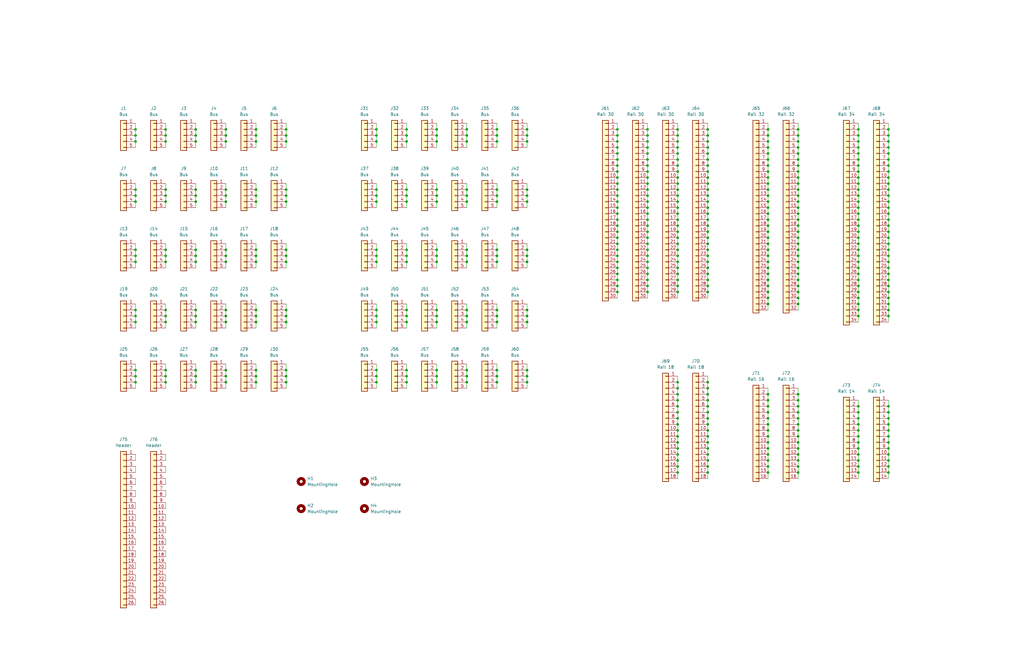
<source format=kicad_sch>
(kicad_sch (version 20211123) (generator eeschema)
  (paper "USLedger")
  (title_block (title "Protoboard") (date "2022-09-13") (rev "0.1") (company "Max Proskauer"))
  (lib_symbols
    (symbol "Connector_Generic:Conn_01x05" (pin_names (offset 1.016) hide)
      (property "Reference" "J" (at 0 7.62 0))
      (property "Value" "Conn_01x05" (at 0 -7.62 0))
      (symbol "Conn_01x05_1_1"
        (pin passive line (at -5.08 5.08 0) (length 3.81) (name "Pin_1") (number "1"))
        (pin passive line (at -5.08 2.54 0) (length 3.81) (name "Pin_2") (number "2"))
        (pin passive line (at -5.08 0 0) (length 3.81) (name "Pin_3") (number "3"))
        (pin passive line (at -5.08 -2.54 0) (length 3.81) (name "Pin_4") (number "4"))
        (pin passive line (at -5.08 -5.08 0) (length 3.81) (name "Pin_5") (number "5"))
      )
    )
    (symbol "Connector_Generic:Conn_01x14" (pin_names (offset 1.016) hide)
      (property "Reference" "J" (at 0 17.78 0))
      (property "Value" "Conn_01x14" (at 0 -20.32 0))
      (symbol "Conn_01x14_1_1"
        (pin passive line (at -5.08 15.24 0) (length 3.81) (name "Pin_1") (number "1"))
        (pin passive line (at -5.08 -7.62 0) (length 3.81) (name "Pin_10") (number "10"))
        (pin passive line (at -5.08 -10.16 0) (length 3.81) (name "Pin_11") (number "11"))
        (pin passive line (at -5.08 -12.7 0) (length 3.81) (name "Pin_12") (number "12"))
        (pin passive line (at -5.08 -15.24 0) (length 3.81) (name "Pin_13") (number "13"))
        (pin passive line (at -5.08 -17.78 0) (length 3.81) (name "Pin_14") (number "14"))
        (pin passive line (at -5.08 12.7 0) (length 3.81) (name "Pin_2") (number "2"))
        (pin passive line (at -5.08 10.16 0) (length 3.81) (name "Pin_3") (number "3"))
        (pin passive line (at -5.08 7.62 0) (length 3.81) (name "Pin_4") (number "4"))
        (pin passive line (at -5.08 5.08 0) (length 3.81) (name "Pin_5") (number "5"))
        (pin passive line (at -5.08 2.54 0) (length 3.81) (name "Pin_6") (number "6"))
        (pin passive line (at -5.08 0 0) (length 3.81) (name "Pin_7") (number "7"))
        (pin passive line (at -5.08 -2.54 0) (length 3.81) (name "Pin_8") (number "8"))
        (pin passive line (at -5.08 -5.08 0) (length 3.81) (name "Pin_9") (number "9"))
      )
    )
    (symbol "Connector_Generic:Conn_01x16" (pin_names (offset 1.016) hide)
      (property "Reference" "J" (at 0 20.32 0))
      (property "Value" "Conn_01x16" (at 0 -22.86 0))
      (symbol "Conn_01x16_1_1"
        (pin passive line (at -5.08 17.78 0) (length 3.81) (name "Pin_1") (number "1"))
        (pin passive line (at -5.08 -5.08 0) (length 3.81) (name "Pin_10") (number "10"))
        (pin passive line (at -5.08 -7.62 0) (length 3.81) (name "Pin_11") (number "11"))
        (pin passive line (at -5.08 -10.16 0) (length 3.81) (name "Pin_12") (number "12"))
        (pin passive line (at -5.08 -12.7 0) (length 3.81) (name "Pin_13") (number "13"))
        (pin passive line (at -5.08 -15.24 0) (length 3.81) (name "Pin_14") (number "14"))
        (pin passive line (at -5.08 -17.78 0) (length 3.81) (name "Pin_15") (number "15"))
        (pin passive line (at -5.08 -20.32 0) (length 3.81) (name "Pin_16") (number "16"))
        (pin passive line (at -5.08 15.24 0) (length 3.81) (name "Pin_2") (number "2"))
        (pin passive line (at -5.08 12.7 0) (length 3.81) (name "Pin_3") (number "3"))
        (pin passive line (at -5.08 10.16 0) (length 3.81) (name "Pin_4") (number "4"))
        (pin passive line (at -5.08 7.62 0) (length 3.81) (name "Pin_5") (number "5"))
        (pin passive line (at -5.08 5.08 0) (length 3.81) (name "Pin_6") (number "6"))
        (pin passive line (at -5.08 2.54 0) (length 3.81) (name "Pin_7") (number "7"))
        (pin passive line (at -5.08 0 0) (length 3.81) (name "Pin_8") (number "8"))
        (pin passive line (at -5.08 -2.54 0) (length 3.81) (name "Pin_9") (number "9"))
      )
    )
    (symbol "Connector_Generic:Conn_01x18" (pin_names (offset 1.016) hide)
      (property "Reference" "J" (at 0 22.86 0))
      (property "Value" "Conn_01x18" (at 0 -25.4 0))
      (symbol "Conn_01x18_1_1"
        (pin passive line (at -5.08 20.32 0) (length 3.81) (name "Pin_1") (number "1"))
        (pin passive line (at -5.08 -2.54 0) (length 3.81) (name "Pin_10") (number "10"))
        (pin passive line (at -5.08 -5.08 0) (length 3.81) (name "Pin_11") (number "11"))
        (pin passive line (at -5.08 -7.62 0) (length 3.81) (name "Pin_12") (number "12"))
        (pin passive line (at -5.08 -10.16 0) (length 3.81) (name "Pin_13") (number "13"))
        (pin passive line (at -5.08 -12.7 0) (length 3.81) (name "Pin_14") (number "14"))
        (pin passive line (at -5.08 -15.24 0) (length 3.81) (name "Pin_15") (number "15"))
        (pin passive line (at -5.08 -17.78 0) (length 3.81) (name "Pin_16") (number "16"))
        (pin passive line (at -5.08 -20.32 0) (length 3.81) (name "Pin_17") (number "17"))
        (pin passive line (at -5.08 -22.86 0) (length 3.81) (name "Pin_18") (number "18"))
        (pin passive line (at -5.08 17.78 0) (length 3.81) (name "Pin_2") (number "2"))
        (pin passive line (at -5.08 15.24 0) (length 3.81) (name "Pin_3") (number "3"))
        (pin passive line (at -5.08 12.7 0) (length 3.81) (name "Pin_4") (number "4"))
        (pin passive line (at -5.08 10.16 0) (length 3.81) (name "Pin_5") (number "5"))
        (pin passive line (at -5.08 7.62 0) (length 3.81) (name "Pin_6") (number "6"))
        (pin passive line (at -5.08 5.08 0) (length 3.81) (name "Pin_7") (number "7"))
        (pin passive line (at -5.08 2.54 0) (length 3.81) (name "Pin_8") (number "8"))
        (pin passive line (at -5.08 0 0) (length 3.81) (name "Pin_9") (number "9"))
      )
    )
    (symbol "Connector_Generic:Conn_01x26" (pin_names (offset 1.016) hide)
      (property "Reference" "J" (at 0 33.02 0))
      (property "Value" "Conn_01x26" (at 0 -35.56 0))
      (symbol "Conn_01x26_1_1"
        (pin passive line (at -5.08 30.48 0) (length 3.81) (name "Pin_1") (number "1"))
        (pin passive line (at -5.08 7.62 0) (length 3.81) (name "Pin_10") (number "10"))
        (pin passive line (at -5.08 5.08 0) (length 3.81) (name "Pin_11") (number "11"))
        (pin passive line (at -5.08 2.54 0) (length 3.81) (name "Pin_12") (number "12"))
        (pin passive line (at -5.08 0 0) (length 3.81) (name "Pin_13") (number "13"))
        (pin passive line (at -5.08 -2.54 0) (length 3.81) (name "Pin_14") (number "14"))
        (pin passive line (at -5.08 -5.08 0) (length 3.81) (name "Pin_15") (number "15"))
        (pin passive line (at -5.08 -7.62 0) (length 3.81) (name "Pin_16") (number "16"))
        (pin passive line (at -5.08 -10.16 0) (length 3.81) (name "Pin_17") (number "17"))
        (pin passive line (at -5.08 -12.7 0) (length 3.81) (name "Pin_18") (number "18"))
        (pin passive line (at -5.08 -15.24 0) (length 3.81) (name "Pin_19") (number "19"))
        (pin passive line (at -5.08 27.94 0) (length 3.81) (name "Pin_2") (number "2"))
        (pin passive line (at -5.08 -17.78 0) (length 3.81) (name "Pin_20") (number "20"))
        (pin passive line (at -5.08 -20.32 0) (length 3.81) (name "Pin_21") (number "21"))
        (pin passive line (at -5.08 -22.86 0) (length 3.81) (name "Pin_22") (number "22"))
        (pin passive line (at -5.08 -25.4 0) (length 3.81) (name "Pin_23") (number "23"))
        (pin passive line (at -5.08 -27.94 0) (length 3.81) (name "Pin_24") (number "24"))
        (pin passive line (at -5.08 -30.48 0) (length 3.81) (name "Pin_25") (number "25"))
        (pin passive line (at -5.08 -33.02 0) (length 3.81) (name "Pin_26") (number "26"))
        (pin passive line (at -5.08 25.4 0) (length 3.81) (name "Pin_3") (number "3"))
        (pin passive line (at -5.08 22.86 0) (length 3.81) (name "Pin_4") (number "4"))
        (pin passive line (at -5.08 20.32 0) (length 3.81) (name "Pin_5") (number "5"))
        (pin passive line (at -5.08 17.78 0) (length 3.81) (name "Pin_6") (number "6"))
        (pin passive line (at -5.08 15.24 0) (length 3.81) (name "Pin_7") (number "7"))
        (pin passive line (at -5.08 12.7 0) (length 3.81) (name "Pin_8") (number "8"))
        (pin passive line (at -5.08 10.16 0) (length 3.81) (name "Pin_9") (number "9"))
      )
    )
    (symbol "Connector_Generic:Conn_01x30" (pin_names (offset 1.016) hide)
      (property "Reference" "J" (at 0 38.1 0))
      (property "Value" "Conn_01x30" (at 0 -40.64 0))
      (symbol "Conn_01x30_1_1"
        (pin passive line (at -5.08 35.56 0) (length 3.81) (name "Pin_1") (number "1"))
        (pin passive line (at -5.08 12.7 0) (length 3.81) (name "Pin_10") (number "10"))
        (pin passive line (at -5.08 10.16 0) (length 3.81) (name "Pin_11") (number "11"))
        (pin passive line (at -5.08 7.62 0) (length 3.81) (name "Pin_12") (number "12"))
        (pin passive line (at -5.08 5.08 0) (length 3.81) (name "Pin_13") (number "13"))
        (pin passive line (at -5.08 2.54 0) (length 3.81) (name "Pin_14") (number "14"))
        (pin passive line (at -5.08 0 0) (length 3.81) (name "Pin_15") (number "15"))
        (pin passive line (at -5.08 -2.54 0) (length 3.81) (name "Pin_16") (number "16"))
        (pin passive line (at -5.08 -5.08 0) (length 3.81) (name "Pin_17") (number "17"))
        (pin passive line (at -5.08 -7.62 0) (length 3.81) (name "Pin_18") (number "18"))
        (pin passive line (at -5.08 -10.16 0) (length 3.81) (name "Pin_19") (number "19"))
        (pin passive line (at -5.08 33.02 0) (length 3.81) (name "Pin_2") (number "2"))
        (pin passive line (at -5.08 -12.7 0) (length 3.81) (name "Pin_20") (number "20"))
        (pin passive line (at -5.08 -15.24 0) (length 3.81) (name "Pin_21") (number "21"))
        (pin passive line (at -5.08 -17.78 0) (length 3.81) (name "Pin_22") (number "22"))
        (pin passive line (at -5.08 -20.32 0) (length 3.81) (name "Pin_23") (number "23"))
        (pin passive line (at -5.08 -22.86 0) (length 3.81) (name "Pin_24") (number "24"))
        (pin passive line (at -5.08 -25.4 0) (length 3.81) (name "Pin_25") (number "25"))
        (pin passive line (at -5.08 -27.94 0) (length 3.81) (name "Pin_26") (number "26"))
        (pin passive line (at -5.08 -30.48 0) (length 3.81) (name "Pin_27") (number "27"))
        (pin passive line (at -5.08 -33.02 0) (length 3.81) (name "Pin_28") (number "28"))
        (pin passive line (at -5.08 -35.56 0) (length 3.81) (name "Pin_29") (number "29"))
        (pin passive line (at -5.08 30.48 0) (length 3.81) (name "Pin_3") (number "3"))
        (pin passive line (at -5.08 -38.1 0) (length 3.81) (name "Pin_30") (number "30"))
        (pin passive line (at -5.08 27.94 0) (length 3.81) (name "Pin_4") (number "4"))
        (pin passive line (at -5.08 25.4 0) (length 3.81) (name "Pin_5") (number "5"))
        (pin passive line (at -5.08 22.86 0) (length 3.81) (name "Pin_6") (number "6"))
        (pin passive line (at -5.08 20.32 0) (length 3.81) (name "Pin_7") (number "7"))
        (pin passive line (at -5.08 17.78 0) (length 3.81) (name "Pin_8") (number "8"))
        (pin passive line (at -5.08 15.24 0) (length 3.81) (name "Pin_9") (number "9"))
      )
    )
    (symbol "Connector_Generic:Conn_01x32" (pin_names (offset 1.016) hide)
      (property "Reference" "J" (at 0 40.64 0))
      (property "Value" "Conn_01x32" (at 0 -43.18 0))
      (symbol "Conn_01x32_1_1"
        (pin passive line (at -5.08 38.1 0) (length 3.81) (name "Pin_1") (number "1"))
        (pin passive line (at -5.08 15.24 0) (length 3.81) (name "Pin_10") (number "10"))
        (pin passive line (at -5.08 12.7 0) (length 3.81) (name "Pin_11") (number "11"))
        (pin passive line (at -5.08 10.16 0) (length 3.81) (name "Pin_12") (number "12"))
        (pin passive line (at -5.08 7.62 0) (length 3.81) (name "Pin_13") (number "13"))
        (pin passive line (at -5.08 5.08 0) (length 3.81) (name "Pin_14") (number "14"))
        (pin passive line (at -5.08 2.54 0) (length 3.81) (name "Pin_15") (number "15"))
        (pin passive line (at -5.08 0 0) (length 3.81) (name "Pin_16") (number "16"))
        (pin passive line (at -5.08 -2.54 0) (length 3.81) (name "Pin_17") (number "17"))
        (pin passive line (at -5.08 -5.08 0) (length 3.81) (name "Pin_18") (number "18"))
        (pin passive line (at -5.08 -7.62 0) (length 3.81) (name "Pin_19") (number "19"))
        (pin passive line (at -5.08 35.56 0) (length 3.81) (name "Pin_2") (number "2"))
        (pin passive line (at -5.08 -10.16 0) (length 3.81) (name "Pin_20") (number "20"))
        (pin passive line (at -5.08 -12.7 0) (length 3.81) (name "Pin_21") (number "21"))
        (pin passive line (at -5.08 -15.24 0) (length 3.81) (name "Pin_22") (number "22"))
        (pin passive line (at -5.08 -17.78 0) (length 3.81) (name "Pin_23") (number "23"))
        (pin passive line (at -5.08 -20.32 0) (length 3.81) (name "Pin_24") (number "24"))
        (pin passive line (at -5.08 -22.86 0) (length 3.81) (name "Pin_25") (number "25"))
        (pin passive line (at -5.08 -25.4 0) (length 3.81) (name "Pin_26") (number "26"))
        (pin passive line (at -5.08 -27.94 0) (length 3.81) (name "Pin_27") (number "27"))
        (pin passive line (at -5.08 -30.48 0) (length 3.81) (name "Pin_28") (number "28"))
        (pin passive line (at -5.08 -33.02 0) (length 3.81) (name "Pin_29") (number "29"))
        (pin passive line (at -5.08 33.02 0) (length 3.81) (name "Pin_3") (number "3"))
        (pin passive line (at -5.08 -35.56 0) (length 3.81) (name "Pin_30") (number "30"))
        (pin passive line (at -5.08 -38.1 0) (length 3.81) (name "Pin_31") (number "31"))
        (pin passive line (at -5.08 -40.64 0) (length 3.81) (name "Pin_32") (number "32"))
        (pin passive line (at -5.08 30.48 0) (length 3.81) (name "Pin_4") (number "4"))
        (pin passive line (at -5.08 27.94 0) (length 3.81) (name "Pin_5") (number "5"))
        (pin passive line (at -5.08 25.4 0) (length 3.81) (name "Pin_6") (number "6"))
        (pin passive line (at -5.08 22.86 0) (length 3.81) (name "Pin_7") (number "7"))
        (pin passive line (at -5.08 20.32 0) (length 3.81) (name "Pin_8") (number "8"))
        (pin passive line (at -5.08 17.78 0) (length 3.81) (name "Pin_9") (number "9"))
      )
    )
    (symbol "Connector_Generic:Conn_01x34" (pin_names (offset 1.016) hide)
      (property "Reference" "J" (at 0 43.18 0))
      (property "Value" "Conn_01x34" (at 0 -45.72 0))
      (symbol "Conn_01x34_1_1"
        (pin passive line (at -5.08 40.64 0) (length 3.81) (name "Pin_1") (number "1"))
        (pin passive line (at -5.08 17.78 0) (length 3.81) (name "Pin_10") (number "10"))
        (pin passive line (at -5.08 15.24 0) (length 3.81) (name "Pin_11") (number "11"))
        (pin passive line (at -5.08 12.7 0) (length 3.81) (name "Pin_12") (number "12"))
        (pin passive line (at -5.08 10.16 0) (length 3.81) (name "Pin_13") (number "13"))
        (pin passive line (at -5.08 7.62 0) (length 3.81) (name "Pin_14") (number "14"))
        (pin passive line (at -5.08 5.08 0) (length 3.81) (name "Pin_15") (number "15"))
        (pin passive line (at -5.08 2.54 0) (length 3.81) (name "Pin_16") (number "16"))
        (pin passive line (at -5.08 0 0) (length 3.81) (name "Pin_17") (number "17"))
        (pin passive line (at -5.08 -2.54 0) (length 3.81) (name "Pin_18") (number "18"))
        (pin passive line (at -5.08 -5.08 0) (length 3.81) (name "Pin_19") (number "19"))
        (pin passive line (at -5.08 38.1 0) (length 3.81) (name "Pin_2") (number "2"))
        (pin passive line (at -5.08 -7.62 0) (length 3.81) (name "Pin_20") (number "20"))
        (pin passive line (at -5.08 -10.16 0) (length 3.81) (name "Pin_21") (number "21"))
        (pin passive line (at -5.08 -12.7 0) (length 3.81) (name "Pin_22") (number "22"))
        (pin passive line (at -5.08 -15.24 0) (length 3.81) (name "Pin_23") (number "23"))
        (pin passive line (at -5.08 -17.78 0) (length 3.81) (name "Pin_24") (number "24"))
        (pin passive line (at -5.08 -20.32 0) (length 3.81) (name "Pin_25") (number "25"))
        (pin passive line (at -5.08 -22.86 0) (length 3.81) (name "Pin_26") (number "26"))
        (pin passive line (at -5.08 -25.4 0) (length 3.81) (name "Pin_27") (number "27"))
        (pin passive line (at -5.08 -27.94 0) (length 3.81) (name "Pin_28") (number "28"))
        (pin passive line (at -5.08 -30.48 0) (length 3.81) (name "Pin_29") (number "29"))
        (pin passive line (at -5.08 35.56 0) (length 3.81) (name "Pin_3") (number "3"))
        (pin passive line (at -5.08 -33.02 0) (length 3.81) (name "Pin_30") (number "30"))
        (pin passive line (at -5.08 -35.56 0) (length 3.81) (name "Pin_31") (number "31"))
        (pin passive line (at -5.08 -38.1 0) (length 3.81) (name "Pin_32") (number "32"))
        (pin passive line (at -5.08 -40.64 0) (length 3.81) (name "Pin_33") (number "33"))
        (pin passive line (at -5.08 -43.18 0) (length 3.81) (name "Pin_34") (number "34"))
        (pin passive line (at -5.08 33.02 0) (length 3.81) (name "Pin_4") (number "4"))
        (pin passive line (at -5.08 30.48 0) (length 3.81) (name "Pin_5") (number "5"))
        (pin passive line (at -5.08 27.94 0) (length 3.81) (name "Pin_6") (number "6"))
        (pin passive line (at -5.08 25.4 0) (length 3.81) (name "Pin_7") (number "7"))
        (pin passive line (at -5.08 22.86 0) (length 3.81) (name "Pin_8") (number "8"))
        (pin passive line (at -5.08 20.32 0) (length 3.81) (name "Pin_9") (number "9"))
      )
    )
    (symbol "Mechanical:MountingHole" (pin_names (offset 1.016))
      (property "Reference" "H" (at 0 5.08 0))
      (property "Value" "MountingHole" (at 0 3.175 0))
    )
  )
  (junction (at 82.55 59.69))
  (junction (at 184.15 156.21))
  (junction (at 120.65 133.35))
  (junction (at 120.65 130.81))
  (junction (at 120.65 80.01))
  (junction (at 95.25 80.01))
  (junction (at 374.65 87.63))
  (junction (at 361.95 64.77))
  (junction (at 260.35 113.03))
  (junction (at 69.85 158.75))
  (junction (at 323.85 107.95))
  (junction (at 184.15 135.89))
  (junction (at 285.75 85.09))
  (junction (at 82.55 161.29))
  (junction (at 57.15 110.49))
  (junction (at 374.65 54.61))
  (junction (at 361.95 123.19))
  (junction (at 184.15 130.81))
  (junction (at 158.75 158.75))
  (junction (at 209.55 130.81))
  (junction (at 374.65 100.33))
  (junction (at 184.15 161.29))
  (junction (at 298.45 107.95))
  (junction (at 298.45 118.11))
  (junction (at 323.85 125.73))
  (junction (at 361.95 179.07))
  (junction (at 336.55 87.63))
  (junction (at 323.85 54.61))
  (junction (at 171.45 161.29))
  (junction (at 361.95 176.53))
  (junction (at 374.65 173.99))
  (junction (at 374.65 59.69))
  (junction (at 57.15 156.21))
  (junction (at 120.65 82.55))
  (junction (at 336.55 80.01))
  (junction (at 171.45 82.55))
  (junction (at 222.25 133.35))
  (junction (at 196.85 105.41))
  (junction (at 222.25 107.95))
  (junction (at 273.05 62.23))
  (junction (at 298.45 173.99))
  (junction (at 57.15 80.01))
  (junction (at 184.15 57.15))
  (junction (at 69.85 133.35))
  (junction (at 95.25 105.41))
  (junction (at 336.55 90.17))
  (junction (at 298.45 62.23))
  (junction (at 273.05 113.03))
  (junction (at 374.65 196.85))
  (junction (at 361.95 107.95))
  (junction (at 158.75 59.69))
  (junction (at 298.45 199.39))
  (junction (at 323.85 199.39))
  (junction (at 374.65 194.31))
  (junction (at 158.75 130.81))
  (junction (at 57.15 54.61))
  (junction (at 171.45 158.75))
  (junction (at 374.65 123.19))
  (junction (at 298.45 95.25))
  (junction (at 298.45 80.01))
  (junction (at 273.05 69.85))
  (junction (at 273.05 102.87))
  (junction (at 196.85 130.81))
  (junction (at 374.65 181.61))
  (junction (at 374.65 110.49))
  (junction (at 57.15 105.41))
  (junction (at 298.45 168.91))
  (junction (at 158.75 57.15))
  (junction (at 285.75 90.17))
  (junction (at 273.05 105.41))
  (junction (at 260.35 57.15))
  (junction (at 57.15 130.81))
  (junction (at 171.45 85.09))
  (junction (at 374.65 171.45))
  (junction (at 298.45 171.45))
  (junction (at 374.65 62.23))
  (junction (at 361.95 189.23))
  (junction (at 361.95 184.15))
  (junction (at 336.55 118.11))
  (junction (at 273.05 67.31))
  (junction (at 273.05 72.39))
  (junction (at 336.55 95.25))
  (junction (at 298.45 92.71))
  (junction (at 260.35 115.57))
  (junction (at 336.55 125.73))
  (junction (at 361.95 62.23))
  (junction (at 285.75 123.19))
  (junction (at 57.15 158.75))
  (junction (at 120.65 156.21))
  (junction (at 323.85 189.23))
  (junction (at 298.45 161.29))
  (junction (at 184.15 133.35))
  (junction (at 361.95 82.55))
  (junction (at 298.45 163.83))
  (junction (at 285.75 100.33))
  (junction (at 107.95 54.61))
  (junction (at 298.45 105.41))
  (junction (at 285.75 59.69))
  (junction (at 374.65 77.47))
  (junction (at 82.55 158.75))
  (junction (at 298.45 57.15))
  (junction (at 323.85 82.55))
  (junction (at 298.45 102.87))
  (junction (at 285.75 115.57))
  (junction (at 69.85 110.49))
  (junction (at 336.55 107.95))
  (junction (at 95.25 82.55))
  (junction (at 209.55 133.35))
  (junction (at 374.65 97.79))
  (junction (at 374.65 82.55))
  (junction (at 361.95 85.09))
  (junction (at 273.05 74.93))
  (junction (at 336.55 67.31))
  (junction (at 171.45 110.49))
  (junction (at 374.65 102.87))
  (junction (at 374.65 69.85))
  (junction (at 209.55 85.09))
  (junction (at 336.55 120.65))
  (junction (at 222.25 82.55))
  (junction (at 260.35 110.49))
  (junction (at 374.65 133.35))
  (junction (at 336.55 196.85))
  (junction (at 323.85 92.71))
  (junction (at 374.65 120.65))
  (junction (at 158.75 107.95))
  (junction (at 158.75 105.41))
  (junction (at 336.55 74.93))
  (junction (at 82.55 57.15))
  (junction (at 209.55 54.61))
  (junction (at 374.65 176.53))
  (junction (at 273.05 87.63))
  (junction (at 260.35 100.33))
  (junction (at 361.95 67.31))
  (junction (at 285.75 161.29))
  (junction (at 158.75 161.29))
  (junction (at 273.05 118.11))
  (junction (at 374.65 67.31))
  (junction (at 336.55 181.61))
  (junction (at 361.95 92.71))
  (junction (at 323.85 128.27))
  (junction (at 298.45 115.57))
  (junction (at 184.15 59.69))
  (junction (at 298.45 87.63))
  (junction (at 323.85 173.99))
  (junction (at 336.55 173.99))
  (junction (at 285.75 77.47))
  (junction (at 82.55 130.81))
  (junction (at 273.05 80.01))
  (junction (at 196.85 158.75))
  (junction (at 285.75 110.49))
  (junction (at 107.95 110.49))
  (junction (at 120.65 107.95))
  (junction (at 107.95 107.95))
  (junction (at 158.75 80.01))
  (junction (at 285.75 105.41))
  (junction (at 323.85 62.23))
  (junction (at 209.55 110.49))
  (junction (at 95.25 156.21))
  (junction (at 361.95 87.63))
  (junction (at 323.85 118.11))
  (junction (at 361.95 173.99))
  (junction (at 222.25 130.81))
  (junction (at 120.65 85.09))
  (junction (at 361.95 171.45))
  (junction (at 69.85 161.29))
  (junction (at 336.55 184.15))
  (junction (at 120.65 158.75))
  (junction (at 158.75 110.49))
  (junction (at 361.95 186.69))
  (junction (at 260.35 85.09))
  (junction (at 69.85 57.15))
  (junction (at 361.95 100.33))
  (junction (at 361.95 115.57))
  (junction (at 361.95 130.81))
  (junction (at 222.25 80.01))
  (junction (at 298.45 64.77))
  (junction (at 374.65 118.11))
  (junction (at 120.65 110.49))
  (junction (at 273.05 120.65))
  (junction (at 323.85 69.85))
  (junction (at 285.75 179.07))
  (junction (at 336.55 166.37))
  (junction (at 120.65 105.41))
  (junction (at 374.65 184.15))
  (junction (at 260.35 67.31))
  (junction (at 273.05 64.77))
  (junction (at 374.65 57.15))
  (junction (at 196.85 59.69))
  (junction (at 374.65 64.77))
  (junction (at 361.95 128.27))
  (junction (at 336.55 64.77))
  (junction (at 298.45 123.19))
  (junction (at 298.45 54.61))
  (junction (at 184.15 85.09))
  (junction (at 336.55 123.19))
  (junction (at 82.55 135.89))
  (junction (at 285.75 166.37))
  (junction (at 323.85 194.31))
  (junction (at 323.85 102.87))
  (junction (at 336.55 59.69))
  (junction (at 196.85 133.35))
  (junction (at 323.85 105.41))
  (junction (at 196.85 135.89))
  (junction (at 323.85 123.19))
  (junction (at 323.85 168.91))
  (junction (at 298.45 179.07))
  (junction (at 107.95 135.89))
  (junction (at 285.75 95.25))
  (junction (at 196.85 107.95))
  (junction (at 361.95 191.77))
  (junction (at 209.55 161.29))
  (junction (at 171.45 156.21))
  (junction (at 107.95 133.35))
  (junction (at 323.85 181.61))
  (junction (at 260.35 62.23))
  (junction (at 285.75 194.31))
  (junction (at 273.05 54.61))
  (junction (at 95.25 161.29))
  (junction (at 196.85 80.01))
  (junction (at 374.65 74.93))
  (junction (at 361.95 57.15))
  (junction (at 171.45 80.01))
  (junction (at 374.65 186.69))
  (junction (at 323.85 166.37))
  (junction (at 107.95 105.41))
  (junction (at 336.55 85.09))
  (junction (at 336.55 179.07))
  (junction (at 95.25 110.49))
  (junction (at 374.65 179.07))
  (junction (at 273.05 85.09))
  (junction (at 323.85 57.15))
  (junction (at 209.55 135.89))
  (junction (at 222.25 105.41))
  (junction (at 361.95 80.01))
  (junction (at 209.55 107.95))
  (junction (at 82.55 156.21))
  (junction (at 361.95 181.61))
  (junction (at 171.45 130.81))
  (junction (at 374.65 128.27))
  (junction (at 69.85 54.61))
  (junction (at 361.95 95.25))
  (junction (at 260.35 82.55))
  (junction (at 69.85 130.81))
  (junction (at 285.75 168.91))
  (junction (at 336.55 105.41))
  (junction (at 196.85 82.55))
  (junction (at 298.45 113.03))
  (junction (at 285.75 102.87))
  (junction (at 298.45 59.69))
  (junction (at 184.15 82.55))
  (junction (at 184.15 80.01))
  (junction (at 298.45 74.93))
  (junction (at 323.85 74.93))
  (junction (at 222.25 110.49))
  (junction (at 260.35 118.11))
  (junction (at 361.95 125.73))
  (junction (at 298.45 85.09))
  (junction (at 222.25 156.21))
  (junction (at 336.55 97.79))
  (junction (at 336.55 199.39))
  (junction (at 158.75 133.35))
  (junction (at 285.75 92.71))
  (junction (at 361.95 97.79))
  (junction (at 285.75 67.31))
  (junction (at 209.55 59.69))
  (junction (at 298.45 69.85))
  (junction (at 82.55 85.09))
  (junction (at 361.95 113.03))
  (junction (at 323.85 186.69))
  (junction (at 260.35 54.61))
  (junction (at 336.55 168.91))
  (junction (at 361.95 120.65))
  (junction (at 209.55 82.55))
  (junction (at 323.85 184.15))
  (junction (at 120.65 161.29))
  (junction (at 260.35 97.79))
  (junction (at 171.45 59.69))
  (junction (at 171.45 107.95))
  (junction (at 57.15 133.35))
  (junction (at 69.85 59.69))
  (junction (at 285.75 120.65))
  (junction (at 336.55 102.87))
  (junction (at 361.95 110.49))
  (junction (at 260.35 87.63))
  (junction (at 158.75 85.09))
  (junction (at 82.55 105.41))
  (junction (at 273.05 100.33))
  (junction (at 285.75 97.79))
  (junction (at 285.75 191.77))
  (junction (at 336.55 176.53))
  (junction (at 260.35 74.93))
  (junction (at 196.85 57.15))
  (junction (at 298.45 120.65))
  (junction (at 298.45 100.33))
  (junction (at 285.75 107.95))
  (junction (at 336.55 115.57))
  (junction (at 95.25 130.81))
  (junction (at 107.95 158.75))
  (junction (at 107.95 82.55))
  (junction (at 285.75 113.03))
  (junction (at 336.55 82.55))
  (junction (at 374.65 80.01))
  (junction (at 298.45 186.69))
  (junction (at 323.85 113.03))
  (junction (at 323.85 90.17))
  (junction (at 209.55 158.75))
  (junction (at 374.65 105.41))
  (junction (at 336.55 100.33))
  (junction (at 273.05 110.49))
  (junction (at 273.05 115.57))
  (junction (at 323.85 191.77))
  (junction (at 361.95 69.85))
  (junction (at 323.85 67.31))
  (junction (at 336.55 62.23))
  (junction (at 323.85 80.01))
  (junction (at 184.15 105.41))
  (junction (at 374.65 115.57))
  (junction (at 209.55 57.15))
  (junction (at 57.15 82.55))
  (junction (at 95.25 54.61))
  (junction (at 336.55 77.47))
  (junction (at 260.35 123.19))
  (junction (at 95.25 57.15))
  (junction (at 69.85 156.21))
  (junction (at 336.55 194.31))
  (junction (at 336.55 186.69))
  (junction (at 69.85 105.41))
  (junction (at 107.95 85.09))
  (junction (at 298.45 77.47))
  (junction (at 361.95 77.47))
  (junction (at 82.55 54.61))
  (junction (at 361.95 105.41))
  (junction (at 209.55 80.01))
  (junction (at 57.15 135.89))
  (junction (at 323.85 100.33))
  (junction (at 336.55 69.85))
  (junction (at 120.65 135.89))
  (junction (at 361.95 90.17))
  (junction (at 196.85 161.29))
  (junction (at 222.25 54.61))
  (junction (at 120.65 57.15))
  (junction (at 209.55 156.21))
  (junction (at 184.15 110.49))
  (junction (at 260.35 77.47))
  (junction (at 336.55 92.71))
  (junction (at 69.85 135.89))
  (junction (at 57.15 59.69))
  (junction (at 361.95 196.85))
  (junction (at 374.65 72.39))
  (junction (at 158.75 54.61))
  (junction (at 336.55 128.27))
  (junction (at 285.75 74.93))
  (junction (at 298.45 189.23))
  (junction (at 285.75 57.15))
  (junction (at 285.75 80.01))
  (junction (at 285.75 69.85))
  (junction (at 323.85 87.63))
  (junction (at 323.85 59.69))
  (junction (at 57.15 85.09))
  (junction (at 285.75 189.23))
  (junction (at 336.55 54.61))
  (junction (at 158.75 156.21))
  (junction (at 285.75 64.77))
  (junction (at 260.35 90.17))
  (junction (at 184.15 54.61))
  (junction (at 298.45 110.49))
  (junction (at 184.15 107.95))
  (junction (at 273.05 95.25))
  (junction (at 285.75 72.39))
  (junction (at 171.45 57.15))
  (junction (at 82.55 82.55))
  (junction (at 260.35 102.87))
  (junction (at 260.35 92.71))
  (junction (at 285.75 199.39))
  (junction (at 323.85 97.79))
  (junction (at 57.15 107.95))
  (junction (at 273.05 123.19))
  (junction (at 95.25 107.95))
  (junction (at 336.55 72.39))
  (junction (at 285.75 181.61))
  (junction (at 260.35 95.25))
  (junction (at 69.85 82.55))
  (junction (at 57.15 57.15))
  (junction (at 107.95 57.15))
  (junction (at 273.05 90.17))
  (junction (at 285.75 54.61))
  (junction (at 336.55 113.03))
  (junction (at 298.45 90.17))
  (junction (at 374.65 92.71))
  (junction (at 323.85 85.09))
  (junction (at 95.25 133.35))
  (junction (at 196.85 54.61))
  (junction (at 107.95 80.01))
  (junction (at 298.45 184.15))
  (junction (at 95.25 85.09))
  (junction (at 285.75 186.69))
  (junction (at 361.95 199.39))
  (junction (at 171.45 105.41))
  (junction (at 361.95 54.61))
  (junction (at 222.25 85.09))
  (junction (at 171.45 133.35))
  (junction (at 273.05 92.71))
  (junction (at 222.25 59.69))
  (junction (at 82.55 110.49))
  (junction (at 285.75 118.11))
  (junction (at 107.95 130.81))
  (junction (at 323.85 72.39))
  (junction (at 260.35 69.85))
  (junction (at 323.85 120.65))
  (junction (at 323.85 95.25))
  (junction (at 323.85 115.57))
  (junction (at 323.85 64.77))
  (junction (at 107.95 156.21))
  (junction (at 298.45 82.55))
  (junction (at 323.85 179.07))
  (junction (at 171.45 135.89))
  (junction (at 285.75 171.45))
  (junction (at 285.75 173.99))
  (junction (at 184.15 158.75))
  (junction (at 273.05 97.79))
  (junction (at 374.65 85.09))
  (junction (at 374.65 107.95))
  (junction (at 273.05 77.47))
  (junction (at 323.85 171.45))
  (junction (at 82.55 80.01))
  (junction (at 298.45 97.79))
  (junction (at 273.05 107.95))
  (junction (at 298.45 72.39))
  (junction (at 374.65 95.25))
  (junction (at 171.45 54.61))
  (junction (at 260.35 64.77))
  (junction (at 361.95 194.31))
  (junction (at 209.55 105.41))
  (junction (at 273.05 57.15))
  (junction (at 298.45 194.31))
  (junction (at 273.05 82.55))
  (junction (at 285.75 82.55))
  (junction (at 196.85 85.09))
  (junction (at 323.85 77.47))
  (junction (at 95.25 135.89))
  (junction (at 222.25 135.89))
  (junction (at 374.65 130.81))
  (junction (at 374.65 191.77))
  (junction (at 260.35 107.95))
  (junction (at 336.55 191.77))
  (junction (at 69.85 107.95))
  (junction (at 260.35 59.69))
  (junction (at 222.25 57.15))
  (junction (at 260.35 120.65))
  (junction (at 298.45 196.85))
  (junction (at 336.55 110.49))
  (junction (at 285.75 87.63))
  (junction (at 361.95 72.39))
  (junction (at 285.75 196.85))
  (junction (at 374.65 189.23))
  (junction (at 323.85 176.53))
  (junction (at 298.45 181.61))
  (junction (at 196.85 156.21))
  (junction (at 336.55 57.15))
  (junction (at 374.65 113.03))
  (junction (at 69.85 85.09))
  (junction (at 273.05 59.69))
  (junction (at 260.35 105.41))
  (junction (at 323.85 196.85))
  (junction (at 69.85 80.01))
  (junction (at 298.45 67.31))
  (junction (at 285.75 62.23))
  (junction (at 222.25 161.29))
  (junction (at 285.75 176.53))
  (junction (at 120.65 54.61))
  (junction (at 298.45 166.37))
  (junction (at 222.25 158.75))
  (junction (at 361.95 74.93))
  (junction (at 361.95 118.11))
  (junction (at 158.75 82.55))
  (junction (at 158.75 135.89))
  (junction (at 323.85 110.49))
  (junction (at 95.25 158.75))
  (junction (at 95.25 59.69))
  (junction (at 260.35 72.39))
  (junction (at 361.95 102.87))
  (junction (at 82.55 107.95))
  (junction (at 57.15 161.29))
  (junction (at 298.45 191.77))
  (junction (at 285.75 163.83))
  (junction (at 285.75 184.15))
  (junction (at 374.65 125.73))
  (junction (at 374.65 199.39))
  (junction (at 196.85 110.49))
  (junction (at 336.55 189.23))
  (junction (at 374.65 90.17))
  (junction (at 107.95 59.69))
  (junction (at 82.55 133.35))
  (junction (at 260.35 80.01))
  (junction (at 120.65 59.69))
  (junction (at 361.95 133.35))
  (junction (at 298.45 176.53))
  (junction (at 336.55 171.45))
  (junction (at 361.95 59.69))
  (junction (at 107.95 161.29))
  (wire (pts (xy 260.35 72.39) (xy 260.35 74.93)))
  (wire (pts (xy 336.55 82.55) (xy 336.55 85.09)))
  (wire (pts (xy 171.45 85.09) (xy 171.45 87.63)))
  (wire (pts (xy 184.15 161.29) (xy 184.15 163.83)))
  (wire (pts (xy 374.65 191.77) (xy 374.65 194.31)))
  (wire (pts (xy 95.25 161.29) (xy 95.25 163.83)))
  (wire (pts (xy 209.55 57.15) (xy 209.55 59.69)))
  (wire (pts (xy 285.75 110.49) (xy 285.75 113.03)))
  (wire (pts (xy 260.35 110.49) (xy 260.35 113.03)))
  (wire (pts (xy 323.85 173.99) (xy 323.85 176.53)))
  (wire (pts (xy 285.75 82.55) (xy 285.75 85.09)))
  (wire (pts (xy 323.85 120.65) (xy 323.85 123.19)))
  (wire (pts (xy 95.25 153.67) (xy 95.25 156.21)))
  (wire (pts (xy 374.65 186.69) (xy 374.65 189.23)))
  (wire (pts (xy 260.35 97.79) (xy 260.35 100.33)))
  (wire (pts (xy 374.65 113.03) (xy 374.65 115.57)))
  (wire (pts (xy 336.55 105.41) (xy 336.55 107.95)))
  (wire (pts (xy 273.05 115.57) (xy 273.05 118.11)))
  (wire (pts (xy 107.95 135.89) (xy 107.95 138.43)))
  (wire (pts (xy 171.45 110.49) (xy 171.45 113.03)))
  (wire (pts (xy 209.55 156.21) (xy 209.55 158.75)))
  (wire (pts (xy 57.15 105.41) (xy 57.15 107.95)))
  (wire (pts (xy 298.45 115.57) (xy 298.45 118.11)))
  (wire (pts (xy 158.75 161.29) (xy 158.75 163.83)))
  (wire (pts (xy 171.45 130.81) (xy 171.45 133.35)))
  (wire (pts (xy 196.85 52.07) (xy 196.85 54.61)))
  (wire (pts (xy 69.85 156.21) (xy 69.85 158.75)))
  (wire (pts (xy 361.95 74.93) (xy 361.95 77.47)))
  (wire (pts (xy 336.55 62.23) (xy 336.55 64.77)))
  (wire (pts (xy 374.65 196.85) (xy 374.65 199.39)))
  (wire (pts (xy 107.95 153.67) (xy 107.95 156.21)))
  (wire (pts (xy 260.35 77.47) (xy 260.35 80.01)))
  (wire (pts (xy 336.55 163.83) (xy 336.55 166.37)))
  (wire (pts (xy 69.85 196.85) (xy 69.85 199.39)))
  (wire (pts (xy 158.75 54.61) (xy 158.75 57.15)))
  (wire (pts (xy 285.75 105.41) (xy 285.75 107.95)))
  (wire (pts (xy 158.75 153.67) (xy 158.75 156.21)))
  (wire (pts (xy 374.65 181.61) (xy 374.65 184.15)))
  (wire (pts (xy 69.85 82.55) (xy 69.85 85.09)))
  (wire (pts (xy 323.85 100.33) (xy 323.85 102.87)))
  (wire (pts (xy 298.45 163.83) (xy 298.45 166.37)))
  (wire (pts (xy 57.15 59.69) (xy 57.15 62.23)))
  (wire (pts (xy 209.55 130.81) (xy 209.55 133.35)))
  (wire (pts (xy 57.15 196.85) (xy 57.15 199.39)))
  (wire (pts (xy 95.25 105.41) (xy 95.25 107.95)))
  (wire (pts (xy 336.55 166.37) (xy 336.55 168.91)))
  (wire (pts (xy 184.15 82.55) (xy 184.15 85.09)))
  (wire (pts (xy 95.25 77.47) (xy 95.25 80.01)))
  (wire (pts (xy 298.45 194.31) (xy 298.45 196.85)))
  (wire (pts (xy 209.55 80.01) (xy 209.55 82.55)))
  (wire (pts (xy 298.45 189.23) (xy 298.45 191.77)))
  (wire (pts (xy 298.45 196.85) (xy 298.45 199.39)))
  (wire (pts (xy 95.25 102.87) (xy 95.25 105.41)))
  (wire (pts (xy 374.65 67.31) (xy 374.65 69.85)))
  (wire (pts (xy 120.65 110.49) (xy 120.65 113.03)))
  (wire (pts (xy 361.95 196.85) (xy 361.95 199.39)))
  (wire (pts (xy 361.95 85.09) (xy 361.95 87.63)))
  (wire (pts (xy 323.85 87.63) (xy 323.85 90.17)))
  (wire (pts (xy 361.95 54.61) (xy 361.95 57.15)))
  (wire (pts (xy 260.35 82.55) (xy 260.35 85.09)))
  (wire (pts (xy 158.75 82.55) (xy 158.75 85.09)))
  (wire (pts (xy 260.35 80.01) (xy 260.35 82.55)))
  (wire (pts (xy 298.45 59.69) (xy 298.45 62.23)))
  (wire (pts (xy 95.25 110.49) (xy 95.25 113.03)))
  (wire (pts (xy 120.65 57.15) (xy 120.65 59.69)))
  (wire (pts (xy 171.45 80.01) (xy 171.45 82.55)))
  (wire (pts (xy 374.65 179.07) (xy 374.65 181.61)))
  (wire (pts (xy 298.45 173.99) (xy 298.45 176.53)))
  (wire (pts (xy 323.85 196.85) (xy 323.85 199.39)))
  (wire (pts (xy 336.55 181.61) (xy 336.55 184.15)))
  (wire (pts (xy 298.45 95.25) (xy 298.45 97.79)))
  (wire (pts (xy 285.75 77.47) (xy 285.75 80.01)))
  (wire (pts (xy 374.65 59.69) (xy 374.65 62.23)))
  (wire (pts (xy 323.85 113.03) (xy 323.85 115.57)))
  (wire (pts (xy 323.85 64.77) (xy 323.85 67.31)))
  (wire (pts (xy 298.45 67.31) (xy 298.45 69.85)))
  (wire (pts (xy 184.15 59.69) (xy 184.15 62.23)))
  (wire (pts (xy 222.25 77.47) (xy 222.25 80.01)))
  (wire (pts (xy 323.85 110.49) (xy 323.85 113.03)))
  (wire (pts (xy 260.35 57.15) (xy 260.35 59.69)))
  (wire (pts (xy 120.65 130.81) (xy 120.65 133.35)))
  (wire (pts (xy 285.75 191.77) (xy 285.75 194.31)))
  (wire (pts (xy 107.95 161.29) (xy 107.95 163.83)))
  (wire (pts (xy 260.35 115.57) (xy 260.35 118.11)))
  (wire (pts (xy 82.55 77.47) (xy 82.55 80.01)))
  (wire (pts (xy 260.35 67.31) (xy 260.35 69.85)))
  (wire (pts (xy 120.65 128.27) (xy 120.65 130.81)))
  (wire (pts (xy 184.15 110.49) (xy 184.15 113.03)))
  (wire (pts (xy 298.45 161.29) (xy 298.45 163.83)))
  (wire (pts (xy 222.25 57.15) (xy 222.25 59.69)))
  (wire (pts (xy 260.35 107.95) (xy 260.35 110.49)))
  (wire (pts (xy 285.75 196.85) (xy 285.75 199.39)))
  (wire (pts (xy 184.15 107.95) (xy 184.15 110.49)))
  (wire (pts (xy 57.15 110.49) (xy 57.15 113.03)))
  (wire (pts (xy 57.15 247.65) (xy 57.15 250.19)))
  (wire (pts (xy 260.35 113.03) (xy 260.35 115.57)))
  (wire (pts (xy 260.35 92.71) (xy 260.35 95.25)))
  (wire (pts (xy 323.85 105.41) (xy 323.85 107.95)))
  (wire (pts (xy 57.15 232.41) (xy 57.15 234.95)))
  (wire (pts (xy 323.85 62.23) (xy 323.85 64.77)))
  (wire (pts (xy 323.85 163.83) (xy 323.85 166.37)))
  (wire (pts (xy 361.95 77.47) (xy 361.95 80.01)))
  (wire (pts (xy 323.85 102.87) (xy 323.85 105.41)))
  (wire (pts (xy 285.75 107.95) (xy 285.75 110.49)))
  (wire (pts (xy 120.65 158.75) (xy 120.65 161.29)))
  (wire (pts (xy 361.95 128.27) (xy 361.95 130.81)))
  (wire (pts (xy 361.95 90.17) (xy 361.95 92.71)))
  (wire (pts (xy 57.15 161.29) (xy 57.15 163.83)))
  (wire (pts (xy 196.85 54.61) (xy 196.85 57.15)))
  (wire (pts (xy 82.55 158.75) (xy 82.55 161.29)))
  (wire (pts (xy 158.75 77.47) (xy 158.75 80.01)))
  (wire (pts (xy 158.75 52.07) (xy 158.75 54.61)))
  (wire (pts (xy 323.85 189.23) (xy 323.85 191.77)))
  (wire (pts (xy 57.15 52.07) (xy 57.15 54.61)))
  (wire (pts (xy 273.05 102.87) (xy 273.05 105.41)))
  (wire (pts (xy 171.45 161.29) (xy 171.45 163.83)))
  (wire (pts (xy 336.55 118.11) (xy 336.55 120.65)))
  (wire (pts (xy 273.05 62.23) (xy 273.05 64.77)))
  (wire (pts (xy 323.85 82.55) (xy 323.85 85.09)))
  (wire (pts (xy 184.15 156.21) (xy 184.15 158.75)))
  (wire (pts (xy 69.85 110.49) (xy 69.85 113.03)))
  (wire (pts (xy 196.85 102.87) (xy 196.85 105.41)))
  (wire (pts (xy 107.95 105.41) (xy 107.95 107.95)))
  (wire (pts (xy 158.75 107.95) (xy 158.75 110.49)))
  (wire (pts (xy 298.45 181.61) (xy 298.45 184.15)))
  (wire (pts (xy 209.55 107.95) (xy 209.55 110.49)))
  (wire (pts (xy 374.65 125.73) (xy 374.65 128.27)))
  (wire (pts (xy 107.95 128.27) (xy 107.95 130.81)))
  (wire (pts (xy 69.85 252.73) (xy 69.85 255.27)))
  (wire (pts (xy 171.45 135.89) (xy 171.45 138.43)))
  (wire (pts (xy 323.85 128.27) (xy 323.85 130.81)))
  (wire (pts (xy 82.55 57.15) (xy 82.55 59.69)))
  (wire (pts (xy 196.85 105.41) (xy 196.85 107.95)))
  (wire (pts (xy 285.75 54.61) (xy 285.75 57.15)))
  (wire (pts (xy 196.85 110.49) (xy 196.85 113.03)))
  (wire (pts (xy 184.15 54.61) (xy 184.15 57.15)))
  (wire (pts (xy 298.45 69.85) (xy 298.45 72.39)))
  (wire (pts (xy 374.65 77.47) (xy 374.65 80.01)))
  (wire (pts (xy 209.55 102.87) (xy 209.55 105.41)))
  (wire (pts (xy 374.65 80.01) (xy 374.65 82.55)))
  (wire (pts (xy 171.45 133.35) (xy 171.45 135.89)))
  (wire (pts (xy 209.55 110.49) (xy 209.55 113.03)))
  (wire (pts (xy 361.95 115.57) (xy 361.95 118.11)))
  (wire (pts (xy 57.15 227.33) (xy 57.15 229.87)))
  (wire (pts (xy 374.65 115.57) (xy 374.65 118.11)))
  (wire (pts (xy 209.55 59.69) (xy 209.55 62.23)))
  (wire (pts (xy 323.85 52.07) (xy 323.85 54.61)))
  (wire (pts (xy 285.75 123.19) (xy 285.75 125.73)))
  (wire (pts (xy 69.85 153.67) (xy 69.85 156.21)))
  (wire (pts (xy 196.85 57.15) (xy 196.85 59.69)))
  (wire (pts (xy 323.85 171.45) (xy 323.85 173.99)))
  (wire (pts (xy 336.55 199.39) (xy 336.55 201.93)))
  (wire (pts (xy 298.45 72.39) (xy 298.45 74.93)))
  (wire (pts (xy 69.85 85.09) (xy 69.85 87.63)))
  (wire (pts (xy 374.65 171.45) (xy 374.65 173.99)))
  (wire (pts (xy 323.85 97.79) (xy 323.85 100.33)))
  (wire (pts (xy 171.45 59.69) (xy 171.45 62.23)))
  (wire (pts (xy 57.15 252.73) (xy 57.15 255.27)))
  (wire (pts (xy 273.05 74.93) (xy 273.05 77.47)))
  (wire (pts (xy 57.15 191.77) (xy 57.15 194.31)))
  (wire (pts (xy 120.65 135.89) (xy 120.65 138.43)))
  (wire (pts (xy 374.65 82.55) (xy 374.65 85.09)))
  (wire (pts (xy 298.45 123.19) (xy 298.45 125.73)))
  (wire (pts (xy 120.65 80.01) (xy 120.65 82.55)))
  (wire (pts (xy 273.05 64.77) (xy 273.05 67.31)))
  (wire (pts (xy 361.95 123.19) (xy 361.95 125.73)))
  (wire (pts (xy 323.85 168.91) (xy 323.85 171.45)))
  (wire (pts (xy 374.65 107.95) (xy 374.65 110.49)))
  (wire (pts (xy 336.55 176.53) (xy 336.55 179.07)))
  (wire (pts (xy 336.55 85.09) (xy 336.55 87.63)))
  (wire (pts (xy 120.65 133.35) (xy 120.65 135.89)))
  (wire (pts (xy 273.05 82.55) (xy 273.05 85.09)))
  (wire (pts (xy 171.45 153.67) (xy 171.45 156.21)))
  (wire (pts (xy 273.05 57.15) (xy 273.05 59.69)))
  (wire (pts (xy 107.95 54.61) (xy 107.95 57.15)))
  (wire (pts (xy 69.85 242.57) (xy 69.85 245.11)))
  (wire (pts (xy 298.45 62.23) (xy 298.45 64.77)))
  (wire (pts (xy 298.45 166.37) (xy 298.45 168.91)))
  (wire (pts (xy 374.65 74.93) (xy 374.65 77.47)))
  (wire (pts (xy 222.25 135.89) (xy 222.25 138.43)))
  (wire (pts (xy 273.05 92.71) (xy 273.05 95.25)))
  (wire (pts (xy 82.55 135.89) (xy 82.55 138.43)))
  (wire (pts (xy 298.45 105.41) (xy 298.45 107.95)))
  (wire (pts (xy 361.95 181.61) (xy 361.95 184.15)))
  (wire (pts (xy 95.25 54.61) (xy 95.25 57.15)))
  (wire (pts (xy 323.85 107.95) (xy 323.85 110.49)))
  (wire (pts (xy 196.85 130.81) (xy 196.85 133.35)))
  (wire (pts (xy 69.85 222.25) (xy 69.85 224.79)))
  (wire (pts (xy 374.65 120.65) (xy 374.65 123.19)))
  (wire (pts (xy 184.15 102.87) (xy 184.15 105.41)))
  (wire (pts (xy 361.95 118.11) (xy 361.95 120.65)))
  (wire (pts (xy 222.25 102.87) (xy 222.25 105.41)))
  (wire (pts (xy 82.55 161.29) (xy 82.55 163.83)))
  (wire (pts (xy 107.95 156.21) (xy 107.95 158.75)))
  (wire (pts (xy 69.85 105.41) (xy 69.85 107.95)))
  (wire (pts (xy 95.25 107.95) (xy 95.25 110.49)))
  (wire (pts (xy 323.85 80.01) (xy 323.85 82.55)))
  (wire (pts (xy 171.45 77.47) (xy 171.45 80.01)))
  (wire (pts (xy 298.45 113.03) (xy 298.45 115.57)))
  (wire (pts (xy 120.65 85.09) (xy 120.65 87.63)))
  (wire (pts (xy 209.55 153.67) (xy 209.55 156.21)))
  (wire (pts (xy 323.85 194.31) (xy 323.85 196.85)))
  (wire (pts (xy 336.55 179.07) (xy 336.55 181.61)))
  (wire (pts (xy 120.65 54.61) (xy 120.65 57.15)))
  (wire (pts (xy 361.95 97.79) (xy 361.95 100.33)))
  (wire (pts (xy 323.85 92.71) (xy 323.85 95.25)))
  (wire (pts (xy 374.65 102.87) (xy 374.65 105.41)))
  (wire (pts (xy 57.15 207.01) (xy 57.15 209.55)))
  (wire (pts (xy 374.65 97.79) (xy 374.65 100.33)))
  (wire (pts (xy 361.95 57.15) (xy 361.95 59.69)))
  (wire (pts (xy 336.55 69.85) (xy 336.55 72.39)))
  (wire (pts (xy 323.85 54.61) (xy 323.85 57.15)))
  (wire (pts (xy 95.25 80.01) (xy 95.25 82.55)))
  (wire (pts (xy 374.65 69.85) (xy 374.65 72.39)))
  (wire (pts (xy 285.75 115.57) (xy 285.75 118.11)))
  (wire (pts (xy 298.45 186.69) (xy 298.45 189.23)))
  (wire (pts (xy 107.95 80.01) (xy 107.95 82.55)))
  (wire (pts (xy 361.95 176.53) (xy 361.95 179.07)))
  (wire (pts (xy 336.55 59.69) (xy 336.55 62.23)))
  (wire (pts (xy 222.25 153.67) (xy 222.25 156.21)))
  (wire (pts (xy 298.45 168.91) (xy 298.45 171.45)))
  (wire (pts (xy 374.65 130.81) (xy 374.65 133.35)))
  (wire (pts (xy 158.75 133.35) (xy 158.75 135.89)))
  (wire (pts (xy 260.35 74.93) (xy 260.35 77.47)))
  (wire (pts (xy 120.65 82.55) (xy 120.65 85.09)))
  (wire (pts (xy 361.95 92.71) (xy 361.95 95.25)))
  (wire (pts (xy 209.55 54.61) (xy 209.55 57.15)))
  (wire (pts (xy 323.85 77.47) (xy 323.85 80.01)))
  (wire (pts (xy 336.55 107.95) (xy 336.55 110.49)))
  (wire (pts (xy 273.05 72.39) (xy 273.05 74.93)))
  (wire (pts (xy 209.55 158.75) (xy 209.55 161.29)))
  (wire (pts (xy 273.05 100.33) (xy 273.05 102.87)))
  (wire (pts (xy 323.85 74.93) (xy 323.85 77.47)))
  (wire (pts (xy 184.15 80.01) (xy 184.15 82.55)))
  (wire (pts (xy 95.25 135.89) (xy 95.25 138.43)))
  (wire (pts (xy 285.75 69.85) (xy 285.75 72.39)))
  (wire (pts (xy 107.95 158.75) (xy 107.95 161.29)))
  (wire (pts (xy 107.95 110.49) (xy 107.95 113.03)))
  (wire (pts (xy 361.95 186.69) (xy 361.95 189.23)))
  (wire (pts (xy 323.85 67.31) (xy 323.85 69.85)))
  (wire (pts (xy 184.15 85.09) (xy 184.15 87.63)))
  (wire (pts (xy 336.55 115.57) (xy 336.55 118.11)))
  (wire (pts (xy 298.45 92.71) (xy 298.45 95.25)))
  (wire (pts (xy 336.55 171.45) (xy 336.55 173.99)))
  (wire (pts (xy 323.85 69.85) (xy 323.85 72.39)))
  (wire (pts (xy 184.15 153.67) (xy 184.15 156.21)))
  (wire (pts (xy 57.15 212.09) (xy 57.15 214.63)))
  (wire (pts (xy 260.35 59.69) (xy 260.35 62.23)))
  (wire (pts (xy 285.75 57.15) (xy 285.75 59.69)))
  (wire (pts (xy 69.85 212.09) (xy 69.85 214.63)))
  (wire (pts (xy 158.75 80.01) (xy 158.75 82.55)))
  (wire (pts (xy 336.55 196.85) (xy 336.55 199.39)))
  (wire (pts (xy 260.35 64.77) (xy 260.35 67.31)))
  (wire (pts (xy 222.25 85.09) (xy 222.25 87.63)))
  (wire (pts (xy 209.55 82.55) (xy 209.55 85.09)))
  (wire (pts (xy 361.95 82.55) (xy 361.95 85.09)))
  (wire (pts (xy 82.55 59.69) (xy 82.55 62.23)))
  (wire (pts (xy 285.75 92.71) (xy 285.75 95.25)))
  (wire (pts (xy 361.95 113.03) (xy 361.95 115.57)))
  (wire (pts (xy 285.75 100.33) (xy 285.75 102.87)))
  (wire (pts (xy 273.05 90.17) (xy 273.05 92.71)))
  (wire (pts (xy 323.85 85.09) (xy 323.85 87.63)))
  (wire (pts (xy 107.95 107.95) (xy 107.95 110.49)))
  (wire (pts (xy 222.25 110.49) (xy 222.25 113.03)))
  (wire (pts (xy 298.45 87.63) (xy 298.45 90.17)))
  (wire (pts (xy 298.45 100.33) (xy 298.45 102.87)))
  (wire (pts (xy 374.65 72.39) (xy 374.65 74.93)))
  (wire (pts (xy 298.45 52.07) (xy 298.45 54.61)))
  (wire (pts (xy 336.55 77.47) (xy 336.55 80.01)))
  (wire (pts (xy 285.75 80.01) (xy 285.75 82.55)))
  (wire (pts (xy 361.95 171.45) (xy 361.95 173.99)))
  (wire (pts (xy 361.95 100.33) (xy 361.95 102.87)))
  (wire (pts (xy 209.55 105.41) (xy 209.55 107.95)))
  (wire (pts (xy 107.95 130.81) (xy 107.95 133.35)))
  (wire (pts (xy 171.45 102.87) (xy 171.45 105.41)))
  (wire (pts (xy 57.15 158.75) (xy 57.15 161.29)))
  (wire (pts (xy 361.95 69.85) (xy 361.95 72.39)))
  (wire (pts (xy 285.75 74.93) (xy 285.75 77.47)))
  (wire (pts (xy 95.25 59.69) (xy 95.25 62.23)))
  (wire (pts (xy 171.45 54.61) (xy 171.45 57.15)))
  (wire (pts (xy 120.65 153.67) (xy 120.65 156.21)))
  (wire (pts (xy 82.55 80.01) (xy 82.55 82.55)))
  (wire (pts (xy 298.45 199.39) (xy 298.45 201.93)))
  (wire (pts (xy 107.95 85.09) (xy 107.95 87.63)))
  (wire (pts (xy 260.35 90.17) (xy 260.35 92.71)))
  (wire (pts (xy 374.65 123.19) (xy 374.65 125.73)))
  (wire (pts (xy 209.55 77.47) (xy 209.55 80.01)))
  (wire (pts (xy 285.75 181.61) (xy 285.75 184.15)))
  (wire (pts (xy 95.25 133.35) (xy 95.25 135.89)))
  (wire (pts (xy 273.05 118.11) (xy 273.05 120.65)))
  (wire (pts (xy 336.55 168.91) (xy 336.55 171.45)))
  (wire (pts (xy 260.35 105.41) (xy 260.35 107.95)))
  (wire (pts (xy 285.75 102.87) (xy 285.75 105.41)))
  (wire (pts (xy 273.05 105.41) (xy 273.05 107.95)))
  (wire (pts (xy 374.65 90.17) (xy 374.65 92.71)))
  (wire (pts (xy 336.55 120.65) (xy 336.55 123.19)))
  (wire (pts (xy 222.25 80.01) (xy 222.25 82.55)))
  (wire (pts (xy 273.05 120.65) (xy 273.05 123.19)))
  (wire (pts (xy 95.25 128.27) (xy 95.25 130.81)))
  (wire (pts (xy 209.55 128.27) (xy 209.55 130.81)))
  (wire (pts (xy 361.95 168.91) (xy 361.95 171.45)))
  (wire (pts (xy 107.95 57.15) (xy 107.95 59.69)))
  (wire (pts (xy 298.45 97.79) (xy 298.45 100.33)))
  (wire (pts (xy 374.65 57.15) (xy 374.65 59.69)))
  (wire (pts (xy 336.55 52.07) (xy 336.55 54.61)))
  (wire (pts (xy 374.65 54.61) (xy 374.65 57.15)))
  (wire (pts (xy 82.55 82.55) (xy 82.55 85.09)))
  (wire (pts (xy 158.75 110.49) (xy 158.75 113.03)))
  (wire (pts (xy 336.55 173.99) (xy 336.55 176.53)))
  (wire (pts (xy 57.15 242.57) (xy 57.15 245.11)))
  (wire (pts (xy 323.85 191.77) (xy 323.85 194.31)))
  (wire (pts (xy 298.45 118.11) (xy 298.45 120.65)))
  (wire (pts (xy 285.75 62.23) (xy 285.75 64.77)))
  (wire (pts (xy 361.95 191.77) (xy 361.95 194.31)))
  (wire (pts (xy 323.85 199.39) (xy 323.85 201.93)))
  (wire (pts (xy 374.65 92.71) (xy 374.65 95.25)))
  (wire (pts (xy 260.35 118.11) (xy 260.35 120.65)))
  (wire (pts (xy 361.95 105.41) (xy 361.95 107.95)))
  (wire (pts (xy 209.55 161.29) (xy 209.55 163.83)))
  (wire (pts (xy 336.55 74.93) (xy 336.55 77.47)))
  (wire (pts (xy 171.45 128.27) (xy 171.45 130.81)))
  (wire (pts (xy 336.55 54.61) (xy 336.55 57.15)))
  (wire (pts (xy 361.95 125.73) (xy 361.95 128.27)))
  (wire (pts (xy 374.65 100.33) (xy 374.65 102.87)))
  (wire (pts (xy 69.85 227.33) (xy 69.85 229.87)))
  (wire (pts (xy 260.35 123.19) (xy 260.35 125.73)))
  (wire (pts (xy 69.85 57.15) (xy 69.85 59.69)))
  (wire (pts (xy 285.75 163.83) (xy 285.75 166.37)))
  (wire (pts (xy 82.55 107.95) (xy 82.55 110.49)))
  (wire (pts (xy 361.95 120.65) (xy 361.95 123.19)))
  (wire (pts (xy 95.25 156.21) (xy 95.25 158.75)))
  (wire (pts (xy 361.95 102.87) (xy 361.95 105.41)))
  (wire (pts (xy 171.45 158.75) (xy 171.45 161.29)))
  (wire (pts (xy 158.75 156.21) (xy 158.75 158.75)))
  (wire (pts (xy 57.15 102.87) (xy 57.15 105.41)))
  (wire (pts (xy 285.75 199.39) (xy 285.75 201.93)))
  (wire (pts (xy 361.95 87.63) (xy 361.95 90.17)))
  (wire (pts (xy 374.65 133.35) (xy 374.65 135.89)))
  (wire (pts (xy 260.35 54.61) (xy 260.35 57.15)))
  (wire (pts (xy 57.15 107.95) (xy 57.15 110.49)))
  (wire (pts (xy 273.05 97.79) (xy 273.05 100.33)))
  (wire (pts (xy 158.75 128.27) (xy 158.75 130.81)))
  (wire (pts (xy 57.15 153.67) (xy 57.15 156.21)))
  (wire (pts (xy 57.15 217.17) (xy 57.15 219.71)))
  (wire (pts (xy 158.75 59.69) (xy 158.75 62.23)))
  (wire (pts (xy 120.65 52.07) (xy 120.65 54.61)))
  (wire (pts (xy 336.55 186.69) (xy 336.55 189.23)))
  (wire (pts (xy 69.85 201.93) (xy 69.85 204.47)))
  (wire (pts (xy 336.55 80.01) (xy 336.55 82.55)))
  (wire (pts (xy 273.05 110.49) (xy 273.05 113.03)))
  (wire (pts (xy 323.85 125.73) (xy 323.85 128.27)))
  (wire (pts (xy 69.85 158.75) (xy 69.85 161.29)))
  (wire (pts (xy 361.95 199.39) (xy 361.95 201.93)))
  (wire (pts (xy 273.05 95.25) (xy 273.05 97.79)))
  (wire (pts (xy 323.85 123.19) (xy 323.85 125.73)))
  (wire (pts (xy 260.35 102.87) (xy 260.35 105.41)))
  (wire (pts (xy 82.55 105.41) (xy 82.55 107.95)))
  (wire (pts (xy 82.55 133.35) (xy 82.55 135.89)))
  (wire (pts (xy 260.35 87.63) (xy 260.35 90.17)))
  (wire (pts (xy 361.95 189.23) (xy 361.95 191.77)))
  (wire (pts (xy 285.75 85.09) (xy 285.75 87.63)))
  (wire (pts (xy 57.15 57.15) (xy 57.15 59.69)))
  (wire (pts (xy 285.75 166.37) (xy 285.75 168.91)))
  (wire (pts (xy 222.25 105.41) (xy 222.25 107.95)))
  (wire (pts (xy 336.55 125.73) (xy 336.55 128.27)))
  (wire (pts (xy 273.05 85.09) (xy 273.05 87.63)))
  (wire (pts (xy 298.45 82.55) (xy 298.45 85.09)))
  (wire (pts (xy 336.55 128.27) (xy 336.55 130.81)))
  (wire (pts (xy 107.95 52.07) (xy 107.95 54.61)))
  (wire (pts (xy 95.25 158.75) (xy 95.25 161.29)))
  (wire (pts (xy 69.85 133.35) (xy 69.85 135.89)))
  (wire (pts (xy 323.85 118.11) (xy 323.85 120.65)))
  (wire (pts (xy 95.25 57.15) (xy 95.25 59.69)))
  (wire (pts (xy 336.55 57.15) (xy 336.55 59.69)))
  (wire (pts (xy 323.85 181.61) (xy 323.85 184.15)))
  (wire (pts (xy 285.75 95.25) (xy 285.75 97.79)))
  (wire (pts (xy 95.25 82.55) (xy 95.25 85.09)))
  (wire (pts (xy 69.85 207.01) (xy 69.85 209.55)))
  (wire (pts (xy 336.55 189.23) (xy 336.55 191.77)))
  (wire (pts (xy 285.75 113.03) (xy 285.75 115.57)))
  (wire (pts (xy 260.35 52.07) (xy 260.35 54.61)))
  (wire (pts (xy 285.75 59.69) (xy 285.75 62.23)))
  (wire (pts (xy 57.15 54.61) (xy 57.15 57.15)))
  (wire (pts (xy 298.45 90.17) (xy 298.45 92.71)))
  (wire (pts (xy 298.45 176.53) (xy 298.45 179.07)))
  (wire (pts (xy 336.55 194.31) (xy 336.55 196.85)))
  (wire (pts (xy 285.75 120.65) (xy 285.75 123.19)))
  (wire (pts (xy 196.85 80.01) (xy 196.85 82.55)))
  (wire (pts (xy 69.85 54.61) (xy 69.85 57.15)))
  (wire (pts (xy 374.65 168.91) (xy 374.65 171.45)))
  (wire (pts (xy 107.95 82.55) (xy 107.95 85.09)))
  (wire (pts (xy 69.85 161.29) (xy 69.85 163.83)))
  (wire (pts (xy 336.55 123.19) (xy 336.55 125.73)))
  (wire (pts (xy 209.55 133.35) (xy 209.55 135.89)))
  (wire (pts (xy 222.25 158.75) (xy 222.25 161.29)))
  (wire (pts (xy 285.75 158.75) (xy 285.75 161.29)))
  (wire (pts (xy 273.05 107.95) (xy 273.05 110.49)))
  (wire (pts (xy 374.65 184.15) (xy 374.65 186.69)))
  (wire (pts (xy 336.55 67.31) (xy 336.55 69.85)))
  (wire (pts (xy 107.95 102.87) (xy 107.95 105.41)))
  (wire (pts (xy 336.55 184.15) (xy 336.55 186.69)))
  (wire (pts (xy 374.65 173.99) (xy 374.65 176.53)))
  (wire (pts (xy 361.95 194.31) (xy 361.95 196.85)))
  (wire (pts (xy 298.45 85.09) (xy 298.45 87.63)))
  (wire (pts (xy 285.75 67.31) (xy 285.75 69.85)))
  (wire (pts (xy 260.35 95.25) (xy 260.35 97.79)))
  (wire (pts (xy 120.65 105.41) (xy 120.65 107.95)))
  (wire (pts (xy 69.85 128.27) (xy 69.85 130.81)))
  (wire (pts (xy 336.55 95.25) (xy 336.55 97.79)))
  (wire (pts (xy 285.75 64.77) (xy 285.75 67.31)))
  (wire (pts (xy 196.85 85.09) (xy 196.85 87.63)))
  (wire (pts (xy 120.65 59.69) (xy 120.65 62.23)))
  (wire (pts (xy 361.95 130.81) (xy 361.95 133.35)))
  (wire (pts (xy 82.55 156.21) (xy 82.55 158.75)))
  (wire (pts (xy 222.25 133.35) (xy 222.25 135.89)))
  (wire (pts (xy 285.75 161.29) (xy 285.75 163.83)))
  (wire (pts (xy 336.55 191.77) (xy 336.55 194.31)))
  (wire (pts (xy 273.05 52.07) (xy 273.05 54.61)))
  (wire (pts (xy 361.95 173.99) (xy 361.95 176.53)))
  (wire (pts (xy 95.25 52.07) (xy 95.25 54.61)))
  (wire (pts (xy 196.85 158.75) (xy 196.85 161.29)))
  (wire (pts (xy 120.65 77.47) (xy 120.65 80.01)))
  (wire (pts (xy 273.05 67.31) (xy 273.05 69.85)))
  (wire (pts (xy 298.45 64.77) (xy 298.45 67.31)))
  (wire (pts (xy 184.15 130.81) (xy 184.15 133.35)))
  (wire (pts (xy 184.15 133.35) (xy 184.15 135.89)))
  (wire (pts (xy 336.55 102.87) (xy 336.55 105.41)))
  (wire (pts (xy 336.55 97.79) (xy 336.55 100.33)))
  (wire (pts (xy 120.65 107.95) (xy 120.65 110.49)))
  (wire (pts (xy 285.75 186.69) (xy 285.75 189.23)))
  (wire (pts (xy 196.85 153.67) (xy 196.85 156.21)))
  (wire (pts (xy 285.75 176.53) (xy 285.75 179.07)))
  (wire (pts (xy 374.65 62.23) (xy 374.65 64.77)))
  (wire (pts (xy 374.65 118.11) (xy 374.65 120.65)))
  (wire (pts (xy 57.15 222.25) (xy 57.15 224.79)))
  (wire (pts (xy 374.65 105.41) (xy 374.65 107.95)))
  (wire (pts (xy 361.95 133.35) (xy 361.95 135.89)))
  (wire (pts (xy 298.45 77.47) (xy 298.45 80.01)))
  (wire (pts (xy 323.85 72.39) (xy 323.85 74.93)))
  (wire (pts (xy 57.15 80.01) (xy 57.15 82.55)))
  (wire (pts (xy 336.55 113.03) (xy 336.55 115.57)))
  (wire (pts (xy 184.15 158.75) (xy 184.15 161.29)))
  (wire (pts (xy 222.25 54.61) (xy 222.25 57.15)))
  (wire (pts (xy 69.85 232.41) (xy 69.85 234.95)))
  (wire (pts (xy 57.15 77.47) (xy 57.15 80.01)))
  (wire (pts (xy 336.55 92.71) (xy 336.55 95.25)))
  (wire (pts (xy 361.95 52.07) (xy 361.95 54.61)))
  (wire (pts (xy 69.85 107.95) (xy 69.85 110.49)))
  (wire (pts (xy 196.85 107.95) (xy 196.85 110.49)))
  (wire (pts (xy 374.65 52.07) (xy 374.65 54.61)))
  (wire (pts (xy 374.65 85.09) (xy 374.65 87.63)))
  (wire (pts (xy 298.45 179.07) (xy 298.45 181.61)))
  (wire (pts (xy 361.95 110.49) (xy 361.95 113.03)))
  (wire (pts (xy 323.85 57.15) (xy 323.85 59.69)))
  (wire (pts (xy 336.55 64.77) (xy 336.55 67.31)))
  (wire (pts (xy 196.85 135.89) (xy 196.85 138.43)))
  (wire (pts (xy 323.85 184.15) (xy 323.85 186.69)))
  (wire (pts (xy 158.75 102.87) (xy 158.75 105.41)))
  (wire (pts (xy 196.85 59.69) (xy 196.85 62.23)))
  (wire (pts (xy 82.55 85.09) (xy 82.55 87.63)))
  (wire (pts (xy 222.25 130.81) (xy 222.25 133.35)))
  (wire (pts (xy 171.45 52.07) (xy 171.45 54.61)))
  (wire (pts (xy 184.15 135.89) (xy 184.15 138.43)))
  (wire (pts (xy 374.65 64.77) (xy 374.65 67.31)))
  (wire (pts (xy 158.75 158.75) (xy 158.75 161.29)))
  (wire (pts (xy 82.55 54.61) (xy 82.55 57.15)))
  (wire (pts (xy 273.05 80.01) (xy 273.05 82.55)))
  (wire (pts (xy 374.65 189.23) (xy 374.65 191.77)))
  (wire (pts (xy 222.25 82.55) (xy 222.25 85.09)))
  (wire (pts (xy 69.85 135.89) (xy 69.85 138.43)))
  (wire (pts (xy 298.45 110.49) (xy 298.45 113.03)))
  (wire (pts (xy 336.55 90.17) (xy 336.55 92.71)))
  (wire (pts (xy 285.75 171.45) (xy 285.75 173.99)))
  (wire (pts (xy 209.55 85.09) (xy 209.55 87.63)))
  (wire (pts (xy 298.45 171.45) (xy 298.45 173.99)))
  (wire (pts (xy 196.85 156.21) (xy 196.85 158.75)))
  (wire (pts (xy 158.75 135.89) (xy 158.75 138.43)))
  (wire (pts (xy 361.95 59.69) (xy 361.95 62.23)))
  (wire (pts (xy 69.85 102.87) (xy 69.85 105.41)))
  (wire (pts (xy 298.45 57.15) (xy 298.45 59.69)))
  (wire (pts (xy 184.15 77.47) (xy 184.15 80.01)))
  (wire (pts (xy 323.85 95.25) (xy 323.85 97.79)))
  (wire (pts (xy 361.95 179.07) (xy 361.95 181.61)))
  (wire (pts (xy 120.65 102.87) (xy 120.65 105.41)))
  (wire (pts (xy 374.65 95.25) (xy 374.65 97.79)))
  (wire (pts (xy 222.25 59.69) (xy 222.25 62.23)))
  (wire (pts (xy 69.85 217.17) (xy 69.85 219.71)))
  (wire (pts (xy 57.15 156.21) (xy 57.15 158.75)))
  (wire (pts (xy 273.05 69.85) (xy 273.05 72.39)))
  (wire (pts (xy 260.35 120.65) (xy 260.35 123.19)))
  (wire (pts (xy 285.75 184.15) (xy 285.75 186.69)))
  (wire (pts (xy 158.75 105.41) (xy 158.75 107.95)))
  (wire (pts (xy 57.15 135.89) (xy 57.15 138.43)))
  (wire (pts (xy 361.95 184.15) (xy 361.95 186.69)))
  (wire (pts (xy 57.15 237.49) (xy 57.15 240.03)))
  (wire (pts (xy 107.95 59.69) (xy 107.95 62.23)))
  (wire (pts (xy 57.15 82.55) (xy 57.15 85.09)))
  (wire (pts (xy 95.25 85.09) (xy 95.25 87.63)))
  (wire (pts (xy 323.85 176.53) (xy 323.85 179.07)))
  (wire (pts (xy 285.75 179.07) (xy 285.75 181.61)))
  (wire (pts (xy 361.95 64.77) (xy 361.95 67.31)))
  (wire (pts (xy 222.25 107.95) (xy 222.25 110.49)))
  (wire (pts (xy 209.55 135.89) (xy 209.55 138.43)))
  (wire (pts (xy 336.55 87.63) (xy 336.55 90.17)))
  (wire (pts (xy 323.85 186.69) (xy 323.85 189.23)))
  (wire (pts (xy 82.55 128.27) (xy 82.55 130.81)))
  (wire (pts (xy 298.45 184.15) (xy 298.45 186.69)))
  (wire (pts (xy 171.45 82.55) (xy 171.45 85.09)))
  (wire (pts (xy 273.05 113.03) (xy 273.05 115.57)))
  (wire (pts (xy 107.95 77.47) (xy 107.95 80.01)))
  (wire (pts (xy 120.65 161.29) (xy 120.65 163.83)))
  (wire (pts (xy 57.15 130.81) (xy 57.15 133.35)))
  (wire (pts (xy 57.15 201.93) (xy 57.15 204.47)))
  (wire (pts (xy 82.55 130.81) (xy 82.55 133.35)))
  (wire (pts (xy 82.55 102.87) (xy 82.55 105.41)))
  (wire (pts (xy 158.75 57.15) (xy 158.75 59.69)))
  (wire (pts (xy 361.95 62.23) (xy 361.95 64.77)))
  (wire (pts (xy 298.45 54.61) (xy 298.45 57.15)))
  (wire (pts (xy 222.25 128.27) (xy 222.25 130.81)))
  (wire (pts (xy 260.35 85.09) (xy 260.35 87.63)))
  (wire (pts (xy 285.75 87.63) (xy 285.75 90.17)))
  (wire (pts (xy 361.95 80.01) (xy 361.95 82.55)))
  (wire (pts (xy 374.65 199.39) (xy 374.65 201.93)))
  (wire (pts (xy 184.15 57.15) (xy 184.15 59.69)))
  (wire (pts (xy 260.35 62.23) (xy 260.35 64.77)))
  (wire (pts (xy 222.25 161.29) (xy 222.25 163.83)))
  (wire (pts (xy 209.55 52.07) (xy 209.55 54.61)))
  (wire (pts (xy 336.55 110.49) (xy 336.55 113.03)))
  (wire (pts (xy 82.55 153.67) (xy 82.55 156.21)))
  (wire (pts (xy 82.55 110.49) (xy 82.55 113.03)))
  (wire (pts (xy 69.85 247.65) (xy 69.85 250.19)))
  (wire (pts (xy 171.45 107.95) (xy 171.45 110.49)))
  (wire (pts (xy 285.75 118.11) (xy 285.75 120.65)))
  (wire (pts (xy 323.85 166.37) (xy 323.85 168.91)))
  (wire (pts (xy 57.15 128.27) (xy 57.15 130.81)))
  (wire (pts (xy 273.05 54.61) (xy 273.05 57.15)))
  (wire (pts (xy 298.45 102.87) (xy 298.45 105.41)))
  (wire (pts (xy 69.85 77.47) (xy 69.85 80.01)))
  (wire (pts (xy 196.85 161.29) (xy 196.85 163.83)))
  (wire (pts (xy 323.85 90.17) (xy 323.85 92.71)))
  (wire (pts (xy 374.65 194.31) (xy 374.65 196.85)))
  (wire (pts (xy 184.15 105.41) (xy 184.15 107.95)))
  (wire (pts (xy 285.75 72.39) (xy 285.75 74.93)))
  (wire (pts (xy 260.35 69.85) (xy 260.35 72.39)))
  (wire (pts (xy 298.45 120.65) (xy 298.45 123.19)))
  (wire (pts (xy 273.05 87.63) (xy 273.05 90.17)))
  (wire (pts (xy 196.85 82.55) (xy 196.85 85.09)))
  (wire (pts (xy 57.15 85.09) (xy 57.15 87.63)))
  (wire (pts (xy 285.75 97.79) (xy 285.75 100.33)))
  (wire (pts (xy 285.75 90.17) (xy 285.75 92.71)))
  (wire (pts (xy 69.85 130.81) (xy 69.85 133.35)))
  (wire (pts (xy 285.75 189.23) (xy 285.75 191.77)))
  (wire (pts (xy 336.55 100.33) (xy 336.55 102.87)))
  (wire (pts (xy 69.85 52.07) (xy 69.85 54.61)))
  (wire (pts (xy 171.45 57.15) (xy 171.45 59.69)))
  (wire (pts (xy 285.75 173.99) (xy 285.75 176.53)))
  (wire (pts (xy 374.65 128.27) (xy 374.65 130.81)))
  (wire (pts (xy 260.35 100.33) (xy 260.35 102.87)))
  (wire (pts (xy 158.75 85.09) (xy 158.75 87.63)))
  (wire (pts (xy 184.15 128.27) (xy 184.15 130.81)))
  (wire (pts (xy 361.95 67.31) (xy 361.95 69.85)))
  (wire (pts (xy 69.85 237.49) (xy 69.85 240.03)))
  (wire (pts (xy 361.95 95.25) (xy 361.95 97.79)))
  (wire (pts (xy 374.65 110.49) (xy 374.65 113.03)))
  (wire (pts (xy 298.45 107.95) (xy 298.45 110.49)))
  (wire (pts (xy 184.15 52.07) (xy 184.15 54.61)))
  (wire (pts (xy 95.25 130.81) (xy 95.25 133.35)))
  (wire (pts (xy 82.55 52.07) (xy 82.55 54.61)))
  (wire (pts (xy 69.85 80.01) (xy 69.85 82.55)))
  (wire (pts (xy 323.85 115.57) (xy 323.85 118.11)))
  (wire (pts (xy 273.05 123.19) (xy 273.05 125.73)))
  (wire (pts (xy 336.55 72.39) (xy 336.55 74.93)))
  (wire (pts (xy 196.85 77.47) (xy 196.85 80.01)))
  (wire (pts (xy 374.65 87.63) (xy 374.65 90.17)))
  (wire (pts (xy 298.45 158.75) (xy 298.45 161.29)))
  (wire (pts (xy 107.95 133.35) (xy 107.95 135.89)))
  (wire (pts (xy 69.85 59.69) (xy 69.85 62.23)))
  (wire (pts (xy 158.75 130.81) (xy 158.75 133.35)))
  (wire (pts (xy 374.65 176.53) (xy 374.65 179.07)))
  (wire (pts (xy 285.75 194.31) (xy 285.75 196.85)))
  (wire (pts (xy 361.95 72.39) (xy 361.95 74.93)))
  (wire (pts (xy 222.25 52.07) (xy 222.25 54.61)))
  (wire (pts (xy 361.95 107.95) (xy 361.95 110.49)))
  (wire (pts (xy 57.15 133.35) (xy 57.15 135.89)))
  (wire (pts (xy 120.65 156.21) (xy 120.65 158.75)))
  (wire (pts (xy 298.45 74.93) (xy 298.45 77.47)))
  (wire (pts (xy 69.85 191.77) (xy 69.85 194.31)))
  (wire (pts (xy 273.05 77.47) (xy 273.05 80.01)))
  (wire (pts (xy 171.45 156.21) (xy 171.45 158.75)))
  (wire (pts (xy 222.25 156.21) (xy 222.25 158.75)))
  (wire (pts (xy 273.05 59.69) (xy 273.05 62.23)))
  (wire (pts (xy 285.75 168.91) (xy 285.75 171.45)))
  (wire (pts (xy 298.45 80.01) (xy 298.45 82.55)))
  (wire (pts (xy 285.75 52.07) (xy 285.75 54.61)))
  (wire (pts (xy 196.85 128.27) (xy 196.85 130.81)))
  (wire (pts (xy 323.85 179.07) (xy 323.85 181.61)))
  (wire (pts (xy 171.45 105.41) (xy 171.45 107.95)))
  (wire (pts (xy 196.85 133.35) (xy 196.85 135.89)))
  (wire (pts (xy 323.85 59.69) (xy 323.85 62.23)))
  (wire (pts (xy 298.45 191.77) (xy 298.45 194.31)))
  (symbol (lib_id "Connector_Generic:Conn_01x05") (at 191.77 57.15 0) (mirror y) (unit 1)
    (property "Reference" "J34" (at 191.77 45.72 0))
    (property "Value" "Bus" (at 191.77 48.26 0))
    (property "Footprint" "protoboard:Bus" (effects hide))
  )
  (symbol (lib_id "Connector_Generic:Conn_01x26") (at 52.07 222.25 0) (mirror y) (unit 1)
    (property "Reference" "J75" (at 52.07 185.42 0))
    (property "Value" "Header" (at 52.07 187.96 0))
    (property "Footprint" "protoboard:Header" (effects hide))
  )
  (symbol (lib_id "Connector_Generic:Conn_01x05") (at 52.07 158.75 0) (mirror y) (unit 1)
    (property "Reference" "J25" (at 52.07 147.32 0))
    (property "Value" "Bus" (at 52.07 149.86 0))
    (property "Footprint" "protoboard:Bus" (effects hide))
  )
  (symbol (lib_id "Connector_Generic:Conn_01x14") (at 369.57 184.15 0) (mirror y) (unit 1)
    (property "Reference" "J74" (at 369.57 162.56 0))
    (property "Value" "Rail 14" (at 369.57 165.1 0))
    (property "Footprint" "protoboard:Rail_14" (effects hide))
  )
  (symbol (lib_id "Connector_Generic:Conn_01x05") (at 166.37 158.75 0) (mirror y) (unit 1)
    (property "Reference" "J56" (at 166.37 147.32 0))
    (property "Value" "Bus" (at 166.37 149.86 0))
    (property "Footprint" "protoboard:Bus" (effects hide))
  )
  (symbol (lib_id "Connector_Generic:Conn_01x05") (at 153.67 82.55 0) (mirror y) (unit 1)
    (property "Reference" "J37" (at 153.67 71.12 0))
    (property "Value" "Bus" (at 153.67 73.66 0))
    (property "Footprint" "protoboard:Bus" (effects hide))
  )
  (symbol (lib_id "Connector_Generic:Conn_01x05") (at 179.07 158.75 0) (mirror y) (unit 1)
    (property "Reference" "J57" (at 179.07 147.32 0))
    (property "Value" "Bus" (at 179.07 149.86 0))
    (property "Footprint" "protoboard:Bus" (effects hide))
  )
  (symbol (lib_id "Connector_Generic:Conn_01x16") (at 318.77 181.61 0) (mirror y) (unit 1)
    (property "Reference" "J71" (at 318.77 157.48 0))
    (property "Value" "Rail 16" (at 318.77 160.02 0))
    (property "Footprint" "protoboard:Rail_16" (effects hide))
  )
  (symbol (lib_id "Connector_Generic:Conn_01x05") (at 115.57 107.95 0) (mirror y) (unit 1)
    (property "Reference" "J18" (at 115.57 96.52 0))
    (property "Value" "Bus" (at 115.57 99.06 0))
    (property "Footprint" "protoboard:Bus" (effects hide))
  )
  (symbol (lib_id "Mechanical:MountingHole") (at 153.67 214.63 0) (unit 1)
    (property "Reference" "H4" (at 156.21 213.3599 0) (effects (justify left)))
    (property "Value" "MountingHole" (at 156.21 215.8999 0) (effects (justify left)))
    (property "Footprint" "MountingHole:MountingHole_3.2mm_M3" (effects hide))
  )
  (symbol (lib_id "Connector_Generic:Conn_01x05") (at 77.47 158.75 0) (mirror y) (unit 1)
    (property "Reference" "J27" (at 77.47 147.32 0))
    (property "Value" "Bus" (at 77.47 149.86 0))
    (property "Footprint" "protoboard:Bus" (effects hide))
  )
  (symbol (lib_id "Connector_Generic:Conn_01x05") (at 153.67 158.75 0) (mirror y) (unit 1)
    (property "Reference" "J55" (at 153.67 147.32 0))
    (property "Value" "Bus" (at 153.67 149.86 0))
    (property "Footprint" "protoboard:Bus" (effects hide))
  )
  (symbol (lib_id "Connector_Generic:Conn_01x05") (at 102.87 57.15 0) (mirror y) (unit 1)
    (property "Reference" "J5" (at 102.87 45.72 0))
    (property "Value" "Bus" (at 102.87 48.26 0))
    (property "Footprint" "protoboard:Bus" (effects hide))
  )
  (symbol (lib_id "Connector_Generic:Conn_01x05") (at 217.17 57.15 0) (mirror y) (unit 1)
    (property "Reference" "J36" (at 217.17 45.72 0))
    (property "Value" "Bus" (at 217.17 48.26 0))
    (property "Footprint" "protoboard:Bus" (effects hide))
  )
  (symbol (lib_id "Connector_Generic:Conn_01x05") (at 90.17 158.75 0) (mirror y) (unit 1)
    (property "Reference" "J28" (at 90.17 147.32 0))
    (property "Value" "Bus" (at 90.17 149.86 0))
    (property "Footprint" "protoboard:Bus" (effects hide))
  )
  (symbol (lib_id "Connector_Generic:Conn_01x05") (at 64.77 82.55 0) (mirror y) (unit 1)
    (property "Reference" "J8" (at 64.77 71.12 0))
    (property "Value" "Bus" (at 64.77 73.66 0))
    (property "Footprint" "protoboard:Bus" (effects hide))
  )
  (symbol (lib_id "Connector_Generic:Conn_01x05") (at 217.17 82.55 0) (mirror y) (unit 1)
    (property "Reference" "J42" (at 217.17 71.12 0))
    (property "Value" "Bus" (at 217.17 73.66 0))
    (property "Footprint" "protoboard:Bus" (effects hide))
  )
  (symbol (lib_id "Connector_Generic:Conn_01x05") (at 64.77 57.15 0) (mirror y) (unit 1)
    (property "Reference" "J2" (at 64.77 45.72 0))
    (property "Value" "Bus" (at 64.77 48.26 0))
    (property "Footprint" "protoboard:Bus" (effects hide))
  )
  (symbol (lib_id "Connector_Generic:Conn_01x16") (at 331.47 181.61 0) (mirror y) (unit 1)
    (property "Reference" "J72" (at 331.47 157.48 0))
    (property "Value" "Rail 16" (at 331.47 160.02 0))
    (property "Footprint" "protoboard:Rail_16" (effects hide))
  )
  (symbol (lib_id "Connector_Generic:Conn_01x05") (at 77.47 133.35 0) (mirror y) (unit 1)
    (property "Reference" "J21" (at 77.47 121.92 0))
    (property "Value" "Bus" (at 77.47 124.46 0))
    (property "Footprint" "protoboard:Bus" (effects hide))
  )
  (symbol (lib_id "Connector_Generic:Conn_01x05") (at 102.87 158.75 0) (mirror y) (unit 1)
    (property "Reference" "J29" (at 102.87 147.32 0))
    (property "Value" "Bus" (at 102.87 149.86 0))
    (property "Footprint" "protoboard:Bus" (effects hide))
  )
  (symbol (lib_id "Connector_Generic:Conn_01x05") (at 102.87 133.35 0) (mirror y) (unit 1)
    (property "Reference" "J23" (at 102.87 121.92 0))
    (property "Value" "Bus" (at 102.87 124.46 0))
    (property "Footprint" "protoboard:Bus" (effects hide))
  )
  (symbol (lib_id "Connector_Generic:Conn_01x05") (at 90.17 57.15 0) (mirror y) (unit 1)
    (property "Reference" "J4" (at 90.17 45.72 0))
    (property "Value" "Bus" (at 90.17 48.26 0))
    (property "Footprint" "protoboard:Bus" (effects hide))
  )
  (symbol (lib_id "Connector_Generic:Conn_01x05") (at 115.57 57.15 0) (mirror y) (unit 1)
    (property "Reference" "J6" (at 115.57 45.72 0))
    (property "Value" "Bus" (at 115.57 48.26 0))
    (property "Footprint" "protoboard:Bus" (effects hide))
  )
  (symbol (lib_id "Connector_Generic:Conn_01x05") (at 102.87 107.95 0) (mirror y) (unit 1)
    (property "Reference" "J17" (at 102.87 96.52 0))
    (property "Value" "Bus" (at 102.87 99.06 0))
    (property "Footprint" "protoboard:Bus" (effects hide))
  )
  (symbol (lib_id "Connector_Generic:Conn_01x32") (at 318.77 90.17 0) (mirror y) (unit 1)
    (property "Reference" "J65" (at 318.77 45.72 0))
    (property "Value" "Rail 32" (at 318.77 48.26 0))
    (property "Footprint" "protoboard:Rail_32" (effects hide))
  )
  (symbol (lib_id "Connector_Generic:Conn_01x05") (at 52.07 133.35 0) (mirror y) (unit 1)
    (property "Reference" "J19" (at 52.07 121.92 0))
    (property "Value" "Bus" (at 52.07 124.46 0))
    (property "Footprint" "protoboard:Bus" (effects hide))
  )
  (symbol (lib_id "Connector_Generic:Conn_01x05") (at 166.37 107.95 0) (mirror y) (unit 1)
    (property "Reference" "J44" (at 166.37 96.52 0))
    (property "Value" "Bus" (at 166.37 99.06 0))
    (property "Footprint" "protoboard:Bus" (effects hide))
  )
  (symbol (lib_id "Connector_Generic:Conn_01x05") (at 204.47 133.35 0) (mirror y) (unit 1)
    (property "Reference" "J53" (at 204.47 121.92 0))
    (property "Value" "Bus" (at 204.47 124.46 0))
    (property "Footprint" "protoboard:Bus" (effects hide))
  )
  (symbol (lib_id "Connector_Generic:Conn_01x32") (at 331.47 90.17 0) (mirror y) (unit 1)
    (property "Reference" "J66" (at 331.47 45.72 0))
    (property "Value" "Rail 32" (at 331.47 48.26 0))
    (property "Footprint" "protoboard:Rail_32" (effects hide))
  )
  (symbol (lib_id "Connector_Generic:Conn_01x05") (at 204.47 82.55 0) (mirror y) (unit 1)
    (property "Reference" "J41" (at 204.47 71.12 0))
    (property "Value" "Bus" (at 204.47 73.66 0))
    (property "Footprint" "protoboard:Bus" (effects hide))
  )
  (symbol (lib_id "Connector_Generic:Conn_01x05") (at 204.47 107.95 0) (mirror y) (unit 1)
    (property "Reference" "J47" (at 204.47 96.52 0))
    (property "Value" "Bus" (at 204.47 99.06 0))
    (property "Footprint" "protoboard:Bus" (effects hide))
  )
  (symbol (lib_id "Connector_Generic:Conn_01x05") (at 115.57 158.75 0) (mirror y) (unit 1)
    (property "Reference" "J30" (at 115.57 147.32 0))
    (property "Value" "Bus" (at 115.57 149.86 0))
    (property "Footprint" "protoboard:Bus" (effects hide))
  )
  (symbol (lib_id "Connector_Generic:Conn_01x05") (at 179.07 57.15 0) (mirror y) (unit 1)
    (property "Reference" "J33" (at 179.07 45.72 0))
    (property "Value" "Bus" (at 179.07 48.26 0))
    (property "Footprint" "protoboard:Bus" (effects hide))
  )
  (symbol (lib_id "Connector_Generic:Conn_01x30") (at 293.37 87.63 0) (mirror y) (unit 1)
    (property "Reference" "J64" (at 293.37 45.72 0))
    (property "Value" "Rail 30" (at 293.37 48.26 0))
    (property "Footprint" "protoboard:Rail_30" (effects hide))
  )
  (symbol (lib_id "Connector_Generic:Conn_01x05") (at 90.17 107.95 0) (mirror y) (unit 1)
    (property "Reference" "J16" (at 90.17 96.52 0))
    (property "Value" "Bus" (at 90.17 99.06 0))
    (property "Footprint" "protoboard:Bus" (effects hide))
  )
  (symbol (lib_id "Connector_Generic:Conn_01x14") (at 356.87 184.15 0) (mirror y) (unit 1)
    (property "Reference" "J73" (at 356.87 162.56 0))
    (property "Value" "Rail 14" (at 356.87 165.1 0))
    (property "Footprint" "protoboard:Rail_14" (effects hide))
  )
  (symbol (lib_id "Connector_Generic:Conn_01x05") (at 191.77 133.35 0) (mirror y) (unit 1)
    (property "Reference" "J52" (at 191.77 121.92 0))
    (property "Value" "Bus" (at 191.77 124.46 0))
    (property "Footprint" "protoboard:Bus" (effects hide))
  )
  (symbol (lib_id "Connector_Generic:Conn_01x05") (at 64.77 133.35 0) (mirror y) (unit 1)
    (property "Reference" "J20" (at 64.77 121.92 0))
    (property "Value" "Bus" (at 64.77 124.46 0))
    (property "Footprint" "protoboard:Bus" (effects hide))
  )
  (symbol (lib_id "Connector_Generic:Conn_01x05") (at 217.17 133.35 0) (mirror y) (unit 1)
    (property "Reference" "J54" (at 217.17 121.92 0))
    (property "Value" "Bus" (at 217.17 124.46 0))
    (property "Footprint" "protoboard:Bus" (effects hide))
  )
  (symbol (lib_id "Connector_Generic:Conn_01x05") (at 77.47 107.95 0) (mirror y) (unit 1)
    (property "Reference" "J15" (at 77.47 96.52 0))
    (property "Value" "Bus" (at 77.47 99.06 0))
    (property "Footprint" "protoboard:Bus" (effects hide))
  )
  (symbol (lib_id "Connector_Generic:Conn_01x34") (at 356.87 92.71 0) (mirror y) (unit 1)
    (property "Reference" "J67" (at 356.87 45.72 0))
    (property "Value" "Rail 34" (at 356.87 48.26 0))
    (property "Footprint" "protoboard:Rail_34" (effects hide))
  )
  (symbol (lib_id "Connector_Generic:Conn_01x05") (at 204.47 158.75 0) (mirror y) (unit 1)
    (property "Reference" "J59" (at 204.47 147.32 0))
    (property "Value" "Bus" (at 204.47 149.86 0))
    (property "Footprint" "protoboard:Bus" (effects hide))
  )
  (symbol (lib_id "Connector_Generic:Conn_01x05") (at 52.07 82.55 0) (mirror y) (unit 1)
    (property "Reference" "J7" (at 52.07 71.12 0))
    (property "Value" "Bus" (at 52.07 73.66 0))
    (property "Footprint" "protoboard:Bus" (effects hide))
  )
  (symbol (lib_id "Connector_Generic:Conn_01x05") (at 191.77 82.55 0) (mirror y) (unit 1)
    (property "Reference" "J40" (at 191.77 71.12 0))
    (property "Value" "Bus" (at 191.77 73.66 0))
    (property "Footprint" "protoboard:Bus" (effects hide))
  )
  (symbol (lib_id "Connector_Generic:Conn_01x05") (at 153.67 57.15 0) (mirror y) (unit 1)
    (property "Reference" "J31" (at 153.67 45.72 0))
    (property "Value" "Bus" (at 153.67 48.26 0))
    (property "Footprint" "protoboard:Bus" (effects hide))
  )
  (symbol (lib_id "Connector_Generic:Conn_01x05") (at 166.37 57.15 0) (mirror y) (unit 1)
    (property "Reference" "J32" (at 166.37 45.72 0))
    (property "Value" "Bus" (at 166.37 48.26 0))
    (property "Footprint" "protoboard:Bus" (effects hide))
  )
  (symbol (lib_id "Connector_Generic:Conn_01x05") (at 179.07 133.35 0) (mirror y) (unit 1)
    (property "Reference" "J51" (at 179.07 121.92 0))
    (property "Value" "Bus" (at 179.07 124.46 0))
    (property "Footprint" "protoboard:Bus" (effects hide))
  )
  (symbol (lib_id "Connector_Generic:Conn_01x05") (at 204.47 57.15 0) (mirror y) (unit 1)
    (property "Reference" "J35" (at 204.47 45.72 0))
    (property "Value" "Bus" (at 204.47 48.26 0))
    (property "Footprint" "protoboard:Bus" (effects hide))
  )
  (symbol (lib_id "Connector_Generic:Conn_01x05") (at 52.07 107.95 0) (mirror y) (unit 1)
    (property "Reference" "J13" (at 52.07 96.52 0))
    (property "Value" "Bus" (at 52.07 99.06 0))
    (property "Footprint" "protoboard:Bus" (effects hide))
  )
  (symbol (lib_id "Connector_Generic:Conn_01x30") (at 255.27 87.63 0) (mirror y) (unit 1)
    (property "Reference" "J61" (at 255.27 45.72 0))
    (property "Value" "Rail 30" (at 255.27 48.26 0))
    (property "Footprint" "protoboard:Rail_30" (effects hide))
  )
  (symbol (lib_id "Connector_Generic:Conn_01x05") (at 115.57 133.35 0) (mirror y) (unit 1)
    (property "Reference" "J24" (at 115.57 121.92 0))
    (property "Value" "Bus" (at 115.57 124.46 0))
    (property "Footprint" "protoboard:Bus" (effects hide))
  )
  (symbol (lib_id "Connector_Generic:Conn_01x05") (at 217.17 107.95 0) (mirror y) (unit 1)
    (property "Reference" "J48" (at 217.17 96.52 0))
    (property "Value" "Bus" (at 217.17 99.06 0))
    (property "Footprint" "protoboard:Bus" (effects hide))
  )
  (symbol (lib_id "Connector_Generic:Conn_01x05") (at 191.77 158.75 0) (mirror y) (unit 1)
    (property "Reference" "J58" (at 191.77 147.32 0))
    (property "Value" "Bus" (at 191.77 149.86 0))
    (property "Footprint" "protoboard:Bus" (effects hide))
  )
  (symbol (lib_id "Connector_Generic:Conn_01x05") (at 191.77 107.95 0) (mirror y) (unit 1)
    (property "Reference" "J46" (at 191.77 96.52 0))
    (property "Value" "Bus" (at 191.77 99.06 0))
    (property "Footprint" "protoboard:Bus" (effects hide))
  )
  (symbol (lib_id "Connector_Generic:Conn_01x05") (at 153.67 107.95 0) (mirror y) (unit 1)
    (property "Reference" "J43" (at 153.67 96.52 0))
    (property "Value" "Bus" (at 153.67 99.06 0))
    (property "Footprint" "protoboard:Bus" (effects hide))
  )
  (symbol (lib_id "Connector_Generic:Conn_01x05") (at 64.77 107.95 0) (mirror y) (unit 1)
    (property "Reference" "J14" (at 64.77 96.52 0))
    (property "Value" "Bus" (at 64.77 99.06 0))
    (property "Footprint" "protoboard:Bus" (effects hide))
  )
  (symbol (lib_id "Connector_Generic:Conn_01x05") (at 90.17 133.35 0) (mirror y) (unit 1)
    (property "Reference" "J22" (at 90.17 121.92 0))
    (property "Value" "Bus" (at 90.17 124.46 0))
    (property "Footprint" "protoboard:Bus" (effects hide))
  )
  (symbol (lib_id "Connector_Generic:Conn_01x26") (at 64.77 222.25 0) (mirror y) (unit 1)
    (property "Reference" "J76" (at 64.77 185.42 0))
    (property "Value" "Header" (at 64.77 187.96 0))
    (property "Footprint" "protoboard:Header" (effects hide))
  )
  (symbol (lib_id "Mechanical:MountingHole") (at 127 214.63 0) (unit 1)
    (property "Reference" "H2" (at 129.54 213.3599 0) (effects (justify left)))
    (property "Value" "MountingHole" (at 129.54 215.8999 0) (effects (justify left)))
    (property "Footprint" "MountingHole:MountingHole_3.2mm_M3" (effects hide))
  )
  (symbol (lib_id "Connector_Generic:Conn_01x05") (at 64.77 158.75 0) (mirror y) (unit 1)
    (property "Reference" "J26" (at 64.77 147.32 0))
    (property "Value" "Bus" (at 64.77 149.86 0))
    (property "Footprint" "protoboard:Bus" (effects hide))
  )
  (symbol (lib_id "Mechanical:MountingHole") (at 127 203.2 0) (unit 1)
    (property "Reference" "H1" (at 129.54 201.9299 0) (effects (justify left)))
    (property "Value" "MountingHole" (at 129.54 204.4699 0) (effects (justify left)))
    (property "Footprint" "MountingHole:MountingHole_3.2mm_M3" (effects hide))
  )
  (symbol (lib_id "Connector_Generic:Conn_01x05") (at 179.07 82.55 0) (mirror y) (unit 1)
    (property "Reference" "J39" (at 179.07 71.12 0))
    (property "Value" "Bus" (at 179.07 73.66 0))
    (property "Footprint" "protoboard:Bus" (effects hide))
  )
  (symbol (lib_id "Connector_Generic:Conn_01x30") (at 267.97 87.63 0) (mirror y) (unit 1)
    (property "Reference" "J62" (at 267.97 45.72 0))
    (property "Value" "Rail 30" (at 267.97 48.26 0))
    (property "Footprint" "protoboard:Rail_30" (effects hide))
  )
  (symbol (lib_id "Connector_Generic:Conn_01x34") (at 369.57 92.71 0) (mirror y) (unit 1)
    (property "Reference" "J68" (at 369.57 45.72 0))
    (property "Value" "Rail 34" (at 369.57 48.26 0))
    (property "Footprint" "protoboard:Rail_34" (effects hide))
  )
  (symbol (lib_id "Connector_Generic:Conn_01x05") (at 179.07 107.95 0) (mirror y) (unit 1)
    (property "Reference" "J45" (at 179.07 96.52 0))
    (property "Value" "Bus" (at 179.07 99.06 0))
    (property "Footprint" "protoboard:Bus" (effects hide))
  )
  (symbol (lib_id "Connector_Generic:Conn_01x05") (at 115.57 82.55 0) (mirror y) (unit 1)
    (property "Reference" "J12" (at 115.57 71.12 0))
    (property "Value" "Bus" (at 115.57 73.66 0))
    (property "Footprint" "protoboard:Bus" (effects hide))
  )
  (symbol (lib_id "Connector_Generic:Conn_01x05") (at 166.37 82.55 0) (mirror y) (unit 1)
    (property "Reference" "J38" (at 166.37 71.12 0))
    (property "Value" "Bus" (at 166.37 73.66 0))
    (property "Footprint" "protoboard:Bus" (effects hide))
  )
  (symbol (lib_id "Connector_Generic:Conn_01x05") (at 166.37 133.35 0) (mirror y) (unit 1)
    (property "Reference" "J50" (at 166.37 121.92 0))
    (property "Value" "Bus" (at 166.37 124.46 0))
    (property "Footprint" "protoboard:Bus" (effects hide))
  )
  (symbol (lib_id "Connector_Generic:Conn_01x18") (at 293.37 179.07 0) (mirror y) (unit 1)
    (property "Reference" "J70" (at 293.37 152.4 0))
    (property "Value" "Rail 18" (at 293.37 154.94 0))
    (property "Footprint" "protoboard:Rail_18" (effects hide))
  )
  (symbol (lib_id "Connector_Generic:Conn_01x05") (at 77.47 82.55 0) (mirror y) (unit 1)
    (property "Reference" "J9" (at 77.47 71.12 0))
    (property "Value" "Bus" (at 77.47 73.66 0))
    (property "Footprint" "protoboard:Bus" (effects hide))
  )
  (symbol (lib_id "Connector_Generic:Conn_01x30") (at 280.67 87.63 0) (mirror y) (unit 1)
    (property "Reference" "J63" (at 280.67 45.72 0))
    (property "Value" "Rail 30" (at 280.67 48.26 0))
    (property "Footprint" "protoboard:Rail_30" (effects hide))
  )
  (symbol (lib_id "Connector_Generic:Conn_01x05") (at 90.17 82.55 0) (mirror y) (unit 1)
    (property "Reference" "J10" (at 90.17 71.12 0))
    (property "Value" "Bus" (at 90.17 73.66 0))
    (property "Footprint" "protoboard:Bus" (effects hide))
  )
  (symbol (lib_id "Mechanical:MountingHole") (at 153.67 203.2 0) (unit 1)
    (property "Reference" "H3" (at 156.21 201.9299 0) (effects (justify left)))
    (property "Value" "MountingHole" (at 156.21 204.4699 0) (effects (justify left)))
    (property "Footprint" "MountingHole:MountingHole_3.2mm_M3" (effects hide))
  )
  (symbol (lib_id "Connector_Generic:Conn_01x05") (at 77.47 57.15 0) (mirror y) (unit 1)
    (property "Reference" "J3" (at 77.47 45.72 0))
    (property "Value" "Bus" (at 77.47 48.26 0))
    (property "Footprint" "protoboard:Bus" (effects hide))
  )
  (symbol (lib_id "Connector_Generic:Conn_01x05") (at 217.17 158.75 0) (mirror y) (unit 1)
    (property "Reference" "J60" (at 217.17 147.32 0))
    (property "Value" "Bus" (at 217.17 149.86 0))
    (property "Footprint" "protoboard:Bus" (effects hide))
  )
  (symbol (lib_id "Connector_Generic:Conn_01x18") (at 280.67 179.07 0) (mirror y) (unit 1)
    (property "Reference" "J69" (at 280.67 152.4 0))
    (property "Value" "Rail 18" (at 280.67 154.94 0))
    (property "Footprint" "protoboard:Rail_18" (effects hide))
  )
  (symbol (lib_id "Connector_Generic:Conn_01x05") (at 153.67 133.35 0) (mirror y) (unit 1)
    (property "Reference" "J49" (at 153.67 121.92 0))
    (property "Value" "Bus" (at 153.67 124.46 0))
    (property "Footprint" "protoboard:Bus" (effects hide))
  )
  (symbol (lib_id "Connector_Generic:Conn_01x05") (at 102.87 82.55 0) (mirror y) (unit 1)
    (property "Reference" "J11" (at 102.87 71.12 0))
    (property "Value" "Bus" (at 102.87 73.66 0))
    (property "Footprint" "protoboard:Bus" (effects hide))
  )
  (symbol (lib_id "Connector_Generic:Conn_01x05") (at 52.07 57.15 0) (mirror y) (unit 1)
    (property "Reference" "J1" (at 52.07 45.72 0))
    (property "Value" "Bus" (at 52.07 48.26 0))
    (property "Footprint" "protoboard:Bus" (effects hide))
  )
)
</source>
